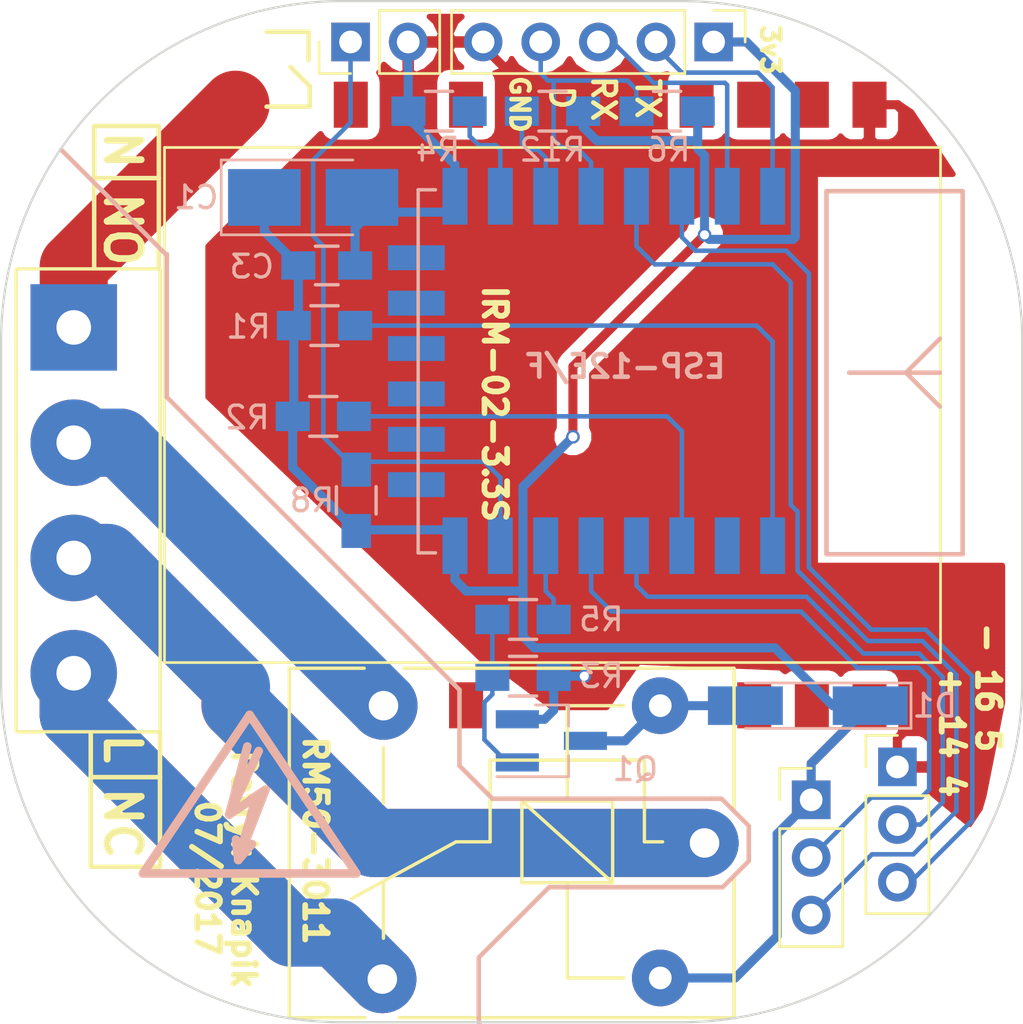
<source format=kicad_pcb>
(kicad_pcb (version 4) (host pcbnew 4.0.6)

  (general
    (links 45)
    (no_connects 0)
    (area 115.949999 70.949999 161.050001 116.050001)
    (thickness 1.6)
    (drawings 61)
    (tracks 215)
    (zones 0)
    (modules 21)
    (nets 37)
  )

  (page A4)
  (layers
    (0 F.Cu signal)
    (31 B.Cu signal)
    (32 B.Adhes user)
    (33 F.Adhes user)
    (34 B.Paste user)
    (35 F.Paste user)
    (36 B.SilkS user)
    (37 F.SilkS user)
    (38 B.Mask user)
    (39 F.Mask user)
    (40 Dwgs.User user)
    (41 Cmts.User user)
    (42 Eco1.User user)
    (43 Eco2.User user)
    (44 Edge.Cuts user)
    (45 Margin user)
    (46 B.CrtYd user)
    (47 F.CrtYd user)
    (48 B.Fab user)
    (49 F.Fab user)
  )

  (setup
    (last_trace_width 0.2)
    (trace_clearance 0.2)
    (zone_clearance 0.508)
    (zone_45_only no)
    (trace_min 0.2)
    (segment_width 0.2)
    (edge_width 0.1)
    (via_size 0.6)
    (via_drill 0.4)
    (via_min_size 0.4)
    (via_min_drill 0.3)
    (uvia_size 0.3)
    (uvia_drill 0.1)
    (uvias_allowed no)
    (uvia_min_size 0.2)
    (uvia_min_drill 0.1)
    (pcb_text_width 0.3)
    (pcb_text_size 1.5 1.5)
    (mod_edge_width 0.15)
    (mod_text_size 1 1)
    (mod_text_width 0.15)
    (pad_size 2.032 1.7272)
    (pad_drill 1.016)
    (pad_to_mask_clearance 0)
    (aux_axis_origin 0 0)
    (visible_elements FFFFFF7F)
    (pcbplotparams
      (layerselection 0x010f0_80000001)
      (usegerberextensions true)
      (excludeedgelayer true)
      (linewidth 0.100000)
      (plotframeref false)
      (viasonmask false)
      (mode 1)
      (useauxorigin false)
      (hpglpennumber 1)
      (hpglpenspeed 20)
      (hpglpendiameter 15)
      (hpglpenoverlay 2)
      (psnegative false)
      (psa4output false)
      (plotreference true)
      (plotvalue false)
      (plotinvisibletext false)
      (padsonsilk false)
      (subtractmaskfromsilk false)
      (outputformat 1)
      (mirror false)
      (drillshape 0)
      (scaleselection 1)
      (outputdirectory gerber/))
  )

  (net 0 "")
  (net 1 +3V3)
  (net 2 GND)
  (net 3 GPIO13)
  (net 4 GPIO12)
  (net 5 "Net-(D1-Pad2)")
  (net 6 TX)
  (net 7 RX)
  (net 8 GPIO14)
  (net 9 GPIO16)
  (net 10 GPIO0)
  (net 11 "Net-(Q1-Pad1)")
  (net 12 "Net-(R2-Pad1)")
  (net 13 "Net-(R4-Pad2)")
  (net 14 GPIO5)
  (net 15 GPIO4)
  (net 16 "Net-(R12-Pad2)")
  (net 17 "Net-(U1-Pad22)")
  (net 18 "Net-(U1-Pad20)")
  (net 19 "Net-(U1-Pad16)")
  (net 20 "Net-(U1-Pad15)")
  (net 21 "Net-(U1-Pad14)")
  (net 22 "Net-(U1-Pad5)")
  (net 23 "Net-(U1-Pad10)")
  (net 24 "Net-(U1-Pad11)")
  (net 25 "Net-(U2-Pad17)")
  (net 26 "Net-(U2-Pad18)")
  (net 27 "Net-(U2-Pad19)")
  (net 28 "Net-(U2-Pad20)")
  (net 29 "Net-(U2-Pad21)")
  (net 30 "Net-(U2-Pad22)")
  (net 31 230V)
  (net 32 "Net-(R1-Pad1)")
  (net 33 "Net-(U2-Pad2)")
  (net 34 NO1)
  (net 35 "Net-(J1-Pad1)")
  (net 36 NC1)

  (net_class Default "To jest domyślna klasa połączeń."
    (clearance 0.2)
    (trace_width 0.2)
    (via_dia 0.6)
    (via_drill 0.4)
    (uvia_dia 0.3)
    (uvia_drill 0.1)
    (add_net GPIO0)
    (add_net GPIO12)
    (add_net GPIO13)
    (add_net GPIO14)
    (add_net GPIO16)
    (add_net GPIO4)
    (add_net GPIO5)
    (add_net "Net-(Q1-Pad1)")
    (add_net "Net-(R1-Pad1)")
    (add_net "Net-(R12-Pad2)")
    (add_net "Net-(R2-Pad1)")
    (add_net "Net-(R4-Pad2)")
    (add_net "Net-(U1-Pad10)")
    (add_net "Net-(U1-Pad11)")
    (add_net "Net-(U1-Pad14)")
    (add_net "Net-(U1-Pad15)")
    (add_net "Net-(U1-Pad16)")
    (add_net "Net-(U1-Pad20)")
    (add_net "Net-(U1-Pad22)")
    (add_net "Net-(U1-Pad5)")
    (add_net "Net-(U2-Pad17)")
    (add_net "Net-(U2-Pad18)")
    (add_net "Net-(U2-Pad19)")
    (add_net "Net-(U2-Pad2)")
    (add_net "Net-(U2-Pad20)")
    (add_net "Net-(U2-Pad21)")
    (add_net "Net-(U2-Pad22)")
    (add_net RX)
    (add_net TX)
  )

  (net_class 230v ""
    (clearance 1)
    (trace_width 4)
    (via_dia 1.5)
    (via_drill 0.8)
    (uvia_dia 0.3)
    (uvia_drill 0.1)
    (add_net 230V)
    (add_net NC1)
    (add_net NO1)
    (add_net "Net-(J1-Pad1)")
  )

  (net_class 3v3 ""
    (clearance 0.2)
    (trace_width 0.4)
    (via_dia 0.6)
    (via_drill 0.4)
    (uvia_dia 0.3)
    (uvia_drill 0.1)
    (add_net +3V3)
    (add_net GND)
    (add_net "Net-(D1-Pad2)")
  )

  (module Relays_ThroughHole:Relpol_RM50-3011 (layer F.Cu) (tedit 5978FDEB) (tstamp 5977A032)
    (at 147 108.1 180)
    (descr "relay, Sanyou SRD series Form C")
    (path /597377F7)
    (fp_text reference RL1 (at 20 -2.9 180) (layer F.SilkS) hide
      (effects (font (size 1 1) (thickness 0.15)))
    )
    (fp_text value RM50-xx11 (at 8 -9.6 180) (layer F.Fab) hide
      (effects (font (size 1 1) (thickness 0.15)))
    )
    (fp_line (start 15 7.7) (end 18.3 7.7) (layer F.SilkS) (width 0.15))
    (fp_line (start 18.3 7.7) (end 18.3 -7.7) (layer F.SilkS) (width 0.15))
    (fp_line (start 18.3 -7.7) (end 14.95 -7.7) (layer F.SilkS) (width 0.15))
    (fp_line (start -1.3 1.35) (end -1.3 7.7) (layer F.SilkS) (width 0.15))
    (fp_line (start -1.3 7.7) (end 13.25 7.7) (layer F.SilkS) (width 0.15))
    (fp_line (start -1.3 -1.4) (end -1.3 -7.7) (layer F.SilkS) (width 0.15))
    (fp_line (start -1.3 -7.7) (end 13.45 -7.7) (layer F.SilkS) (width 0.15))
    (fp_line (start -1.3 -7.65) (end -1.3 -1.4) (layer F.SilkS) (width 0.15))
    (fp_line (start 14.15 4.2) (end 14.15 1.75) (layer F.SilkS) (width 0.15))
    (fp_line (start 14.15 -4.2) (end 14.15 -1.7) (layer F.SilkS) (width 0.15))
    (fp_line (start 3.55 6.05) (end 6.05 6.05) (layer F.SilkS) (width 0.15))
    (fp_line (start 2.65 0.05) (end 1.85 0.05) (layer F.SilkS) (width 0.15))
    (fp_line (start 6.05 -5.95) (end 3.55 -5.95) (layer F.SilkS) (width 0.15))
    (fp_line (start 9.45 0.05) (end 10.95 0.05) (layer F.SilkS) (width 0.15))
    (fp_line (start 10.95 0.05) (end 15.55 -2.45) (layer F.SilkS) (width 0.15))
    (fp_line (start 9.45 3.65) (end 2.65 3.65) (layer F.SilkS) (width 0.15))
    (fp_line (start 9.45 0.05) (end 9.45 3.65) (layer F.SilkS) (width 0.15))
    (fp_line (start 2.65 0.05) (end 2.65 3.65) (layer F.SilkS) (width 0.15))
    (fp_line (start 6.05 -5.95) (end 6.05 -1.75) (layer F.SilkS) (width 0.15))
    (fp_line (start 6.05 1.85) (end 6.05 6.05) (layer F.SilkS) (width 0.15))
    (fp_line (start 8.05 1.85) (end 4.05 -1.75) (layer F.SilkS) (width 0.15))
    (fp_line (start 4.05 1.85) (end 4.05 -1.75) (layer F.SilkS) (width 0.15))
    (fp_line (start 4.05 -1.75) (end 8.05 -1.75) (layer F.SilkS) (width 0.15))
    (fp_line (start 8.05 -1.75) (end 8.05 1.85) (layer F.SilkS) (width 0.15))
    (fp_line (start 8.05 1.85) (end 4.05 1.85) (layer F.SilkS) (width 0.15))
    (pad A2 thru_hole circle (at 1.95 6.05 270) (size 2.5 2.5) (drill 1) (layers *.Cu *.Mask)
      (net 5 "Net-(D1-Pad2)"))
    (pad 14 thru_hole circle (at 14.15 6.05 270) (size 3 3) (drill 1.3) (layers *.Cu *.Mask)
      (net 34 NO1))
    (pad 12 thru_hole circle (at 14.2 -6 270) (size 3 3) (drill 1.3) (layers *.Cu *.Mask)
      (net 36 NC1))
    (pad A1 thru_hole circle (at 1.95 -5.95 270) (size 2.5 2.5) (drill 1) (layers *.Cu *.Mask)
      (net 1 +3V3))
    (pad 11 thru_hole circle (at 0 0 270) (size 3 3) (drill 1.3) (layers *.Cu *.Mask)
      (net 31 230V))
    (model Relays_ThroughHole.3dshapes/Relay_SANYOU_SRD_Series_Form_C.wrl
      (at (xyz 0 0 0))
      (scale (xyz 1 1 1))
      (rotate (xyz 0 0 0))
    )
  )

  (module Symbols:Symbol_HighVoltage_Type2_CopperTop_VerySmall (layer F.Cu) (tedit 597913EF) (tstamp 59798583)
    (at 126.95 106.65)
    (descr "Symbol, High Voltage, Type 2, Copper Top, Very Small,")
    (tags "Symbol, High Voltage, Type 2, Copper Top, Very Small,")
    (fp_text reference REF** (at -0.127 -5.715) (layer F.SilkS) hide
      (effects (font (size 1 1) (thickness 0.15)))
    )
    (fp_text value Symbol_HighVoltage_Type2_CopperTop_VerySmall (at -0.381 4.572) (layer F.Fab) hide
      (effects (font (size 1 1) (thickness 0.15)))
    )
    (fp_line (start -0.49784 2.19964) (end 0.70104 -0.89916) (layer B.SilkS) (width 0.381))
    (fp_line (start 0.70104 -0.89916) (end 0.1016 -0.50038) (layer B.SilkS) (width 0.381))
    (fp_line (start -0.89916 0.20066) (end 0.40132 -2.60096) (layer B.SilkS) (width 0.381))
    (fp_line (start -0.49784 2.19964) (end 0.1016 1.50114) (layer B.SilkS) (width 0.381))
    (fp_line (start -0.09906 -2.79908) (end -0.89916 0.20066) (layer B.SilkS) (width 0.381))
    (fp_line (start -0.89916 0.20066) (end 0.29972 -0.59944) (layer B.SilkS) (width 0.381))
    (fp_line (start 0.29972 -0.59944) (end -0.49784 2.19964) (layer B.SilkS) (width 0.381))
    (fp_line (start -0.49784 2.19964) (end -0.59944 1.30048) (layer B.SilkS) (width 0.381))
    (fp_line (start 0 -4.191) (end 4.699 2.794) (layer B.SilkS) (width 0.381))
    (fp_line (start 4.699 2.794) (end -4.699 2.794) (layer B.SilkS) (width 0.381))
    (fp_line (start -4.699 2.794) (end 0 -4.191) (layer B.SilkS) (width 0.381))
  )

  (module Connectors:bornier4 (layer F.Cu) (tedit 5978FDCC) (tstamp 5977AC40)
    (at 119.2 93 270)
    (descr "Bornier d'alimentation 4 pins")
    (tags DEV)
    (path /5977BEF8)
    (fp_text reference J1 (at 12.25 -0.75 270) (layer F.SilkS) hide
      (effects (font (size 1 1) (thickness 0.15)))
    )
    (fp_text value Screw_Terminal_1x04 (at 0 5.08 270) (layer F.Fab) hide
      (effects (font (size 1 1) (thickness 0.15)))
    )
    (fp_line (start 10.2 -3.8) (end 10.2 2.5) (layer F.SilkS) (width 0.15))
    (fp_line (start -10.2 -3.8) (end -10.2 2.5) (layer F.SilkS) (width 0.15))
    (fp_line (start 10.16 2.54) (end -10.16 2.54) (layer F.SilkS) (width 0.15))
    (fp_line (start -10.16 -3.81) (end 10.16 -3.81) (layer F.SilkS) (width 0.15))
    (pad 2 thru_hole circle (at -2.54 0 270) (size 3.81 3.81) (drill 1.524) (layers *.Cu *.Mask)
      (net 34 NO1))
    (pad 3 thru_hole circle (at 2.54 0 270) (size 3.81 3.81) (drill 1.524) (layers *.Cu *.Mask)
      (net 31 230V))
    (pad 1 thru_hole rect (at -7.62 0 270) (size 3.81 3.81) (drill 1.524) (layers *.Cu *.Mask)
      (net 35 "Net-(J1-Pad1)"))
    (pad 4 thru_hole circle (at 7.62 0 270) (size 3.81 3.81) (drill 1.524) (layers *.Cu *.Mask)
      (net 36 NC1))
    (model Connect.3dshapes/bornier4.wrl
      (at (xyz 0 0 0))
      (scale (xyz 1 1 1))
      (rotate (xyz 0 0 0))
    )
  )

  (module Converters_DCDC_ACDC:ACDC-Converter_MeanWell-IRM-02-XS (layer F.Cu) (tedit 5978FDB4) (tstamp 5977A044)
    (at 140.3 88.8)
    (descr "ACDC-Converter, 3W, Meanwell, IRM-03, SMD, http://www.mouser.com/ds/2/260/IRM-03-spec-881203.pdf")
    (path /597413A0)
    (attr smd)
    (fp_text reference U1 (at 0 -16.25) (layer F.SilkS) hide
      (effects (font (size 1 1) (thickness 0.15)))
    )
    (fp_text value IRM-02-3.3S (at 0 16.5) (layer F.Fab) hide
      (effects (font (thickness 0.15)))
    )
    (fp_line (start -17.1 -11.35) (end 17.1 -11.35) (layer F.SilkS) (width 0.12))
    (fp_line (start 17.1 -11.35) (end 17.1 11.35) (layer F.SilkS) (width 0.12))
    (fp_line (start 17.1 11.35) (end -17.1 11.35) (layer F.SilkS) (width 0.12))
    (fp_line (start -17.1 11.35) (end -17.1 -11.35) (layer F.SilkS) (width 0.12))
    (fp_line (start -19 -15.5) (end -19 15.5) (layer F.CrtYd) (width 0.05))
    (fp_line (start -19 15.5) (end 19 15.5) (layer F.CrtYd) (width 0.05))
    (fp_line (start 19 15.5) (end 19 -15.5) (layer F.CrtYd) (width 0.05))
    (fp_line (start 19 -15.5) (end -19 -15.5) (layer F.CrtYd) (width 0.05))
    (fp_line (start -16.85 11.1) (end 16.85 11.1) (layer F.Fab) (width 0.1))
    (fp_line (start 16.85 11.1) (end 16.85 -11.1) (layer F.Fab) (width 0.1))
    (fp_line (start 16.85 -11.1) (end -16.85 -11.1) (layer F.Fab) (width 0.1))
    (fp_line (start -16.85 -11.1) (end -16.85 11.1) (layer F.Fab) (width 0.1))
    (pad 24 smd rect (at -13.97 -13.235) (size 1.5 2.03) (layers F.Cu F.Paste F.Mask)
      (net 35 "Net-(J1-Pad1)"))
    (pad 22 smd rect (at -8.89 -13.235) (size 1.5 2.03) (layers F.Cu F.Paste F.Mask)
      (net 17 "Net-(U1-Pad22)"))
    (pad 20 smd rect (at -3.81 -13.235) (size 1.5 2.03) (layers F.Cu F.Paste F.Mask)
      (net 18 "Net-(U1-Pad20)"))
    (pad 16 smd rect (at 6.35 -13.235) (size 1.5 2.03) (layers F.Cu F.Paste F.Mask)
      (net 19 "Net-(U1-Pad16)"))
    (pad 15 smd rect (at 8.89 -13.235) (size 1.5 2.03) (layers F.Cu F.Paste F.Mask)
      (net 20 "Net-(U1-Pad15)"))
    (pad 14 smd rect (at 11.43 -13.235) (size 1.5 2.03) (layers F.Cu F.Paste F.Mask)
      (net 21 "Net-(U1-Pad14)"))
    (pad 13 smd rect (at 13.97 -13.235) (size 1.5 2.03) (layers F.Cu F.Paste F.Mask)
      (net 2 GND))
    (pad 1 smd rect (at -13.97 13.235) (size 1.5 2.03) (layers F.Cu F.Paste F.Mask)
      (net 31 230V))
    (pad 5 smd rect (at -3.81 13.235) (size 1.5 2.03) (layers F.Cu F.Paste F.Mask)
      (net 22 "Net-(U1-Pad5)"))
    (pad 10 smd rect (at 8.89 13.235) (size 1.5 2.03) (layers F.Cu F.Paste F.Mask)
      (net 23 "Net-(U1-Pad10)"))
    (pad 11 smd rect (at 11.43 13.235) (size 1.5 2.03) (layers F.Cu F.Paste F.Mask)
      (net 24 "Net-(U1-Pad11)"))
    (pad 12 smd rect (at 13.97 13.235) (size 1.5 2.03) (layers F.Cu F.Paste F.Mask)
      (net 1 +3V3))
  )

  (module Capacitors_Tantalum_SMD:CP_Tantalum_Case-B_EIA-3528-21_Hand (layer B.Cu) (tedit 5977C6D1) (tstamp 59779FC0)
    (at 129.75 79.65)
    (descr "Tantalum capacitor, Case B, EIA 3528-21, 3.5x2.8x1.9mm, Hand soldering footprint")
    (tags "capacitor tantalum smd")
    (path /59737ECC)
    (attr smd)
    (fp_text reference C1 (at -5.15 0 180) (layer B.SilkS)
      (effects (font (size 1 1) (thickness 0.15)) (justify mirror))
    )
    (fp_text value 10uF (at 0 -3.15) (layer B.Fab)
      (effects (font (size 1 1) (thickness 0.15)) (justify mirror))
    )
    (fp_line (start -4.15 1.75) (end -4.15 -1.75) (layer B.CrtYd) (width 0.05))
    (fp_line (start -4.15 -1.75) (end 4.15 -1.75) (layer B.CrtYd) (width 0.05))
    (fp_line (start 4.15 -1.75) (end 4.15 1.75) (layer B.CrtYd) (width 0.05))
    (fp_line (start 4.15 1.75) (end -4.15 1.75) (layer B.CrtYd) (width 0.05))
    (fp_line (start -1.75 1.4) (end -1.75 -1.4) (layer B.Fab) (width 0.1))
    (fp_line (start -1.75 -1.4) (end 1.75 -1.4) (layer B.Fab) (width 0.1))
    (fp_line (start 1.75 -1.4) (end 1.75 1.4) (layer B.Fab) (width 0.1))
    (fp_line (start 1.75 1.4) (end -1.75 1.4) (layer B.Fab) (width 0.1))
    (fp_line (start -1.4 1.4) (end -1.4 -1.4) (layer B.Fab) (width 0.1))
    (fp_line (start -1.225 1.4) (end -1.225 -1.4) (layer B.Fab) (width 0.1))
    (fp_line (start -4.05 1.65) (end 1.75 1.65) (layer B.SilkS) (width 0.12))
    (fp_line (start -4.05 -1.65) (end 1.75 -1.65) (layer B.SilkS) (width 0.12))
    (fp_line (start -4.05 1.65) (end -4.05 -1.65) (layer B.SilkS) (width 0.12))
    (pad 1 smd rect (at -2.15 0) (size 3.2 2.5) (layers B.Cu B.Paste B.Mask)
      (net 1 +3V3))
    (pad 2 smd rect (at 2.15 0) (size 3.2 2.5) (layers B.Cu B.Paste B.Mask)
      (net 2 GND))
    (model Capacitors_Tantalum_SMD.3dshapes/CP_Tantalum_Case-B_EIA-3528-21.wrl
      (at (xyz 0 0 0))
      (scale (xyz 1 1 1))
      (rotate (xyz 0 0 0))
    )
  )

  (module Capacitors_SMD:C_0805_HandSoldering (layer B.Cu) (tedit 5977C6DC) (tstamp 59779FC6)
    (at 130.35 82.65 180)
    (descr "Capacitor SMD 0805, hand soldering")
    (tags "capacitor 0805")
    (path /59738056)
    (attr smd)
    (fp_text reference C3 (at 3.3 -0.05 360) (layer B.SilkS)
      (effects (font (size 1 1) (thickness 0.15)) (justify mirror))
    )
    (fp_text value 100nF (at 0 -2.1 180) (layer B.Fab)
      (effects (font (size 1 1) (thickness 0.15)) (justify mirror))
    )
    (fp_line (start -1 -0.625) (end -1 0.625) (layer B.Fab) (width 0.15))
    (fp_line (start 1 -0.625) (end -1 -0.625) (layer B.Fab) (width 0.15))
    (fp_line (start 1 0.625) (end 1 -0.625) (layer B.Fab) (width 0.15))
    (fp_line (start -1 0.625) (end 1 0.625) (layer B.Fab) (width 0.15))
    (fp_line (start -2.3 1) (end 2.3 1) (layer B.CrtYd) (width 0.05))
    (fp_line (start -2.3 -1) (end 2.3 -1) (layer B.CrtYd) (width 0.05))
    (fp_line (start -2.3 1) (end -2.3 -1) (layer B.CrtYd) (width 0.05))
    (fp_line (start 2.3 1) (end 2.3 -1) (layer B.CrtYd) (width 0.05))
    (fp_line (start 0.5 0.85) (end -0.5 0.85) (layer B.SilkS) (width 0.15))
    (fp_line (start -0.5 -0.85) (end 0.5 -0.85) (layer B.SilkS) (width 0.15))
    (pad 1 smd rect (at -1.25 0 180) (size 1.5 1.25) (layers B.Cu B.Paste B.Mask)
      (net 2 GND))
    (pad 2 smd rect (at 1.25 0 180) (size 1.5 1.25) (layers B.Cu B.Paste B.Mask)
      (net 1 +3V3))
    (model Capacitors_SMD.3dshapes/C_0805_HandSoldering.wrl
      (at (xyz 0 0 0))
      (scale (xyz 1 1 1))
      (rotate (xyz 0 0 0))
    )
  )

  (module Diodes_SMD:D_MiniMELF_Handsoldering (layer B.Cu) (tedit 597913D5) (tstamp 59779FCC)
    (at 151.55 102.05 180)
    (descr "Diode Mini-MELF Handsoldering")
    (tags "Diode Mini-MELF Handsoldering")
    (path /597377F1)
    (attr smd)
    (fp_text reference D1 (at -5.6 0 180) (layer B.SilkS)
      (effects (font (size 1 1) (thickness 0.15)) (justify mirror))
    )
    (fp_text value D (at 0 -3.81 180) (layer B.Fab)
      (effects (font (size 1 1) (thickness 0.15)) (justify mirror))
    )
    (fp_line (start 2.75 1) (end -4.55 1) (layer B.SilkS) (width 0.12))
    (fp_line (start -4.55 1) (end -4.55 -1) (layer B.SilkS) (width 0.12))
    (fp_line (start -4.55 -1) (end 2.75 -1) (layer B.SilkS) (width 0.12))
    (fp_line (start 1.65 0.8) (end 1.65 -0.8) (layer B.Fab) (width 0.1))
    (fp_line (start 1.65 -0.8) (end -1.65 -0.8) (layer B.Fab) (width 0.1))
    (fp_line (start -1.65 -0.8) (end -1.65 0.8) (layer B.Fab) (width 0.1))
    (fp_line (start -1.65 0.8) (end 1.65 0.8) (layer B.Fab) (width 0.1))
    (fp_line (start 0.25 0) (end 0.75 0) (layer B.Fab) (width 0.1))
    (fp_line (start 0.25 -0.4) (end -0.35 0) (layer B.Fab) (width 0.1))
    (fp_line (start 0.25 0.4) (end 0.25 -0.4) (layer B.Fab) (width 0.1))
    (fp_line (start -0.35 0) (end 0.25 0.4) (layer B.Fab) (width 0.1))
    (fp_line (start -0.35 0) (end -0.35 -0.55) (layer B.Fab) (width 0.1))
    (fp_line (start -0.35 0) (end -0.35 0.55) (layer B.Fab) (width 0.1))
    (fp_line (start -0.75 0) (end -0.35 0) (layer B.Fab) (width 0.1))
    (fp_line (start -4.65 1.1) (end 4.65 1.1) (layer B.CrtYd) (width 0.05))
    (fp_line (start 4.65 1.1) (end 4.65 -1.1) (layer B.CrtYd) (width 0.05))
    (fp_line (start 4.65 -1.1) (end -4.65 -1.1) (layer B.CrtYd) (width 0.05))
    (fp_line (start -4.65 -1.1) (end -4.65 1.1) (layer B.CrtYd) (width 0.05))
    (pad 1 smd rect (at -2.75 0 180) (size 3.3 1.7) (layers B.Cu B.Paste B.Mask)
      (net 1 +3V3))
    (pad 2 smd rect (at 2.75 0 180) (size 3.3 1.7) (layers B.Cu B.Paste B.Mask)
      (net 5 "Net-(D1-Pad2)"))
    (model Diodes_SMD.3dshapes/D_MiniMELF_Handsoldering.wrl
      (at (xyz 0 0 0))
      (scale (xyz 0.3937 0.3937 0.3937))
      (rotate (xyz 0 0 180))
    )
  )

  (module Pin_Headers:Pin_Header_Straight_1x02_Pitch2.54mm (layer F.Cu) (tedit 5978FDEF) (tstamp 59779FEB)
    (at 131.4 72.8 90)
    (descr "Through hole straight pin header, 1x02, 2.54mm pitch, single row")
    (tags "Through hole pin header THT 1x02 2.54mm single row")
    (path /5977A202)
    (fp_text reference J4 (at 0 -2.39 90) (layer F.SilkS) hide
      (effects (font (size 1 1) (thickness 0.15)))
    )
    (fp_text value CONN_01X02 (at 0 4.93 90) (layer F.Fab) hide
      (effects (font (size 1 1) (thickness 0.15)))
    )
    (fp_line (start -1.27 -1.27) (end -1.27 3.81) (layer F.Fab) (width 0.1))
    (fp_line (start -1.27 3.81) (end 1.27 3.81) (layer F.Fab) (width 0.1))
    (fp_line (start 1.27 3.81) (end 1.27 -1.27) (layer F.Fab) (width 0.1))
    (fp_line (start 1.27 -1.27) (end -1.27 -1.27) (layer F.Fab) (width 0.1))
    (fp_line (start -1.39 1.27) (end -1.39 3.93) (layer F.SilkS) (width 0.12))
    (fp_line (start -1.39 3.93) (end 1.39 3.93) (layer F.SilkS) (width 0.12))
    (fp_line (start 1.39 3.93) (end 1.39 1.27) (layer F.SilkS) (width 0.12))
    (fp_line (start 1.39 1.27) (end -1.39 1.27) (layer F.SilkS) (width 0.12))
    (fp_line (start -1.39 0) (end -1.39 -1.39) (layer F.SilkS) (width 0.12))
    (fp_line (start -1.39 -1.39) (end 0 -1.39) (layer F.SilkS) (width 0.12))
    (fp_line (start -1.6 -1.6) (end -1.6 4.1) (layer F.CrtYd) (width 0.05))
    (fp_line (start -1.6 4.1) (end 1.6 4.1) (layer F.CrtYd) (width 0.05))
    (fp_line (start 1.6 4.1) (end 1.6 -1.6) (layer F.CrtYd) (width 0.05))
    (fp_line (start 1.6 -1.6) (end -1.6 -1.6) (layer F.CrtYd) (width 0.05))
    (pad 1 thru_hole rect (at 0 0 90) (size 1.7 1.7) (drill 1) (layers *.Cu *.Mask)
      (net 3 GPIO13))
    (pad 2 thru_hole oval (at 0 2.54 90) (size 1.7 1.7) (drill 1) (layers *.Cu *.Mask)
      (net 2 GND))
    (model Pin_Headers.3dshapes/Pin_Header_Straight_1x02_Pitch2.54mm.wrl
      (at (xyz 0 -0.05 0))
      (scale (xyz 1 1 1))
      (rotate (xyz 0 0 90))
    )
  )

  (module TO_SOT_Packages_SMD:SOT-23_Handsoldering (layer B.Cu) (tedit 597913C9) (tstamp 59779FF9)
    (at 140.25 103.6)
    (descr "SOT-23, Handsoldering")
    (tags SOT-23)
    (path /597377EB)
    (attr smd)
    (fp_text reference Q1 (at 3.7 1.25 180) (layer B.SilkS)
      (effects (font (size 1 1) (thickness 0.15)) (justify mirror))
    )
    (fp_text value BC817-40 (at 0 -2.5) (layer B.Fab)
      (effects (font (size 1 1) (thickness 0.15)) (justify mirror))
    )
    (fp_line (start 0.76 -1.58) (end 0.76 -0.65) (layer B.SilkS) (width 0.12))
    (fp_line (start 0.76 1.58) (end 0.76 0.65) (layer B.SilkS) (width 0.12))
    (fp_line (start 0.7 1.52) (end 0.7 -1.52) (layer B.Fab) (width 0.15))
    (fp_line (start -0.7 -1.52) (end 0.7 -1.52) (layer B.Fab) (width 0.15))
    (fp_line (start -2.7 1.75) (end 2.7 1.75) (layer B.CrtYd) (width 0.05))
    (fp_line (start 2.7 1.75) (end 2.7 -1.75) (layer B.CrtYd) (width 0.05))
    (fp_line (start 2.7 -1.75) (end -2.7 -1.75) (layer B.CrtYd) (width 0.05))
    (fp_line (start -2.7 -1.75) (end -2.7 1.75) (layer B.CrtYd) (width 0.05))
    (fp_line (start 0.76 1.58) (end -2.4 1.58) (layer B.SilkS) (width 0.12))
    (fp_line (start -0.7 1.52) (end 0.7 1.52) (layer B.Fab) (width 0.15))
    (fp_line (start -0.7 1.52) (end -0.7 -1.52) (layer B.Fab) (width 0.15))
    (fp_line (start 0.76 -1.58) (end -0.7 -1.58) (layer B.SilkS) (width 0.12))
    (pad 1 smd rect (at -1.5 0.95) (size 1.9 0.8) (layers B.Cu B.Paste B.Mask)
      (net 11 "Net-(Q1-Pad1)"))
    (pad 2 smd rect (at -1.5 -0.95) (size 1.9 0.8) (layers B.Cu B.Paste B.Mask)
      (net 2 GND))
    (pad 3 smd rect (at 1.5 0) (size 1.9 0.8) (layers B.Cu B.Paste B.Mask)
      (net 5 "Net-(D1-Pad2)"))
    (model TO_SOT_Packages_SMD.3dshapes/SOT-23.wrl
      (at (xyz 0 0 0))
      (scale (xyz 1 1 1))
      (rotate (xyz 0 0 90))
    )
  )

  (module Resistors_SMD:R_0805_HandSoldering (layer B.Cu) (tedit 5977C6E5) (tstamp 59779FFF)
    (at 130.25 85.3 180)
    (descr "Resistor SMD 0805, hand soldering")
    (tags "resistor 0805")
    (path /597356F4)
    (attr smd)
    (fp_text reference R1 (at 3.35 -0.05 180) (layer B.SilkS)
      (effects (font (size 1 1) (thickness 0.15)) (justify mirror))
    )
    (fp_text value 10k (at 0 -2.1 180) (layer B.Fab)
      (effects (font (size 1 1) (thickness 0.15)) (justify mirror))
    )
    (fp_line (start -1 -0.625) (end -1 0.625) (layer B.Fab) (width 0.1))
    (fp_line (start 1 -0.625) (end -1 -0.625) (layer B.Fab) (width 0.1))
    (fp_line (start 1 0.625) (end 1 -0.625) (layer B.Fab) (width 0.1))
    (fp_line (start -1 0.625) (end 1 0.625) (layer B.Fab) (width 0.1))
    (fp_line (start -2.4 1) (end 2.4 1) (layer B.CrtYd) (width 0.05))
    (fp_line (start -2.4 -1) (end 2.4 -1) (layer B.CrtYd) (width 0.05))
    (fp_line (start -2.4 1) (end -2.4 -1) (layer B.CrtYd) (width 0.05))
    (fp_line (start 2.4 1) (end 2.4 -1) (layer B.CrtYd) (width 0.05))
    (fp_line (start 0.6 -0.875) (end -0.6 -0.875) (layer B.SilkS) (width 0.15))
    (fp_line (start -0.6 0.875) (end 0.6 0.875) (layer B.SilkS) (width 0.15))
    (pad 1 smd rect (at -1.35 0 180) (size 1.5 1.3) (layers B.Cu B.Paste B.Mask)
      (net 32 "Net-(R1-Pad1)"))
    (pad 2 smd rect (at 1.35 0 180) (size 1.5 1.3) (layers B.Cu B.Paste B.Mask)
      (net 1 +3V3))
    (model Resistors_SMD.3dshapes/R_0805_HandSoldering.wrl
      (at (xyz 0 0 0))
      (scale (xyz 1 1 1))
      (rotate (xyz 0 0 0))
    )
  )

  (module Resistors_SMD:R_0805_HandSoldering (layer B.Cu) (tedit 5977C6ED) (tstamp 5977A005)
    (at 130.2 89.3 180)
    (descr "Resistor SMD 0805, hand soldering")
    (tags "resistor 0805")
    (path /59738409)
    (attr smd)
    (fp_text reference R2 (at 3.35 -0.05 180) (layer B.SilkS)
      (effects (font (size 1 1) (thickness 0.15)) (justify mirror))
    )
    (fp_text value 10k (at 0 -2.1 180) (layer B.Fab)
      (effects (font (size 1 1) (thickness 0.15)) (justify mirror))
    )
    (fp_line (start -1 -0.625) (end -1 0.625) (layer B.Fab) (width 0.1))
    (fp_line (start 1 -0.625) (end -1 -0.625) (layer B.Fab) (width 0.1))
    (fp_line (start 1 0.625) (end 1 -0.625) (layer B.Fab) (width 0.1))
    (fp_line (start -1 0.625) (end 1 0.625) (layer B.Fab) (width 0.1))
    (fp_line (start -2.4 1) (end 2.4 1) (layer B.CrtYd) (width 0.05))
    (fp_line (start -2.4 -1) (end 2.4 -1) (layer B.CrtYd) (width 0.05))
    (fp_line (start -2.4 1) (end -2.4 -1) (layer B.CrtYd) (width 0.05))
    (fp_line (start 2.4 1) (end 2.4 -1) (layer B.CrtYd) (width 0.05))
    (fp_line (start 0.6 -0.875) (end -0.6 -0.875) (layer B.SilkS) (width 0.15))
    (fp_line (start -0.6 0.875) (end 0.6 0.875) (layer B.SilkS) (width 0.15))
    (pad 1 smd rect (at -1.35 0 180) (size 1.5 1.3) (layers B.Cu B.Paste B.Mask)
      (net 12 "Net-(R2-Pad1)"))
    (pad 2 smd rect (at 1.35 0 180) (size 1.5 1.3) (layers B.Cu B.Paste B.Mask)
      (net 1 +3V3))
    (model Resistors_SMD.3dshapes/R_0805_HandSoldering.wrl
      (at (xyz 0 0 0))
      (scale (xyz 1 1 1))
      (rotate (xyz 0 0 0))
    )
  )

  (module Resistors_SMD:R_0805_HandSoldering (layer B.Cu) (tedit 5977BD64) (tstamp 5977A00B)
    (at 139 100.75 180)
    (descr "Resistor SMD 0805, hand soldering")
    (tags "resistor 0805")
    (path /59766DE7)
    (attr smd)
    (fp_text reference R3 (at -3.45 0 180) (layer B.SilkS)
      (effects (font (size 1 1) (thickness 0.15)) (justify mirror))
    )
    (fp_text value 10k (at 0 -2.1 180) (layer B.Fab)
      (effects (font (size 1 1) (thickness 0.15)) (justify mirror))
    )
    (fp_line (start -1 -0.625) (end -1 0.625) (layer B.Fab) (width 0.1))
    (fp_line (start 1 -0.625) (end -1 -0.625) (layer B.Fab) (width 0.1))
    (fp_line (start 1 0.625) (end 1 -0.625) (layer B.Fab) (width 0.1))
    (fp_line (start -1 0.625) (end 1 0.625) (layer B.Fab) (width 0.1))
    (fp_line (start -2.4 1) (end 2.4 1) (layer B.CrtYd) (width 0.05))
    (fp_line (start -2.4 -1) (end 2.4 -1) (layer B.CrtYd) (width 0.05))
    (fp_line (start -2.4 1) (end -2.4 -1) (layer B.CrtYd) (width 0.05))
    (fp_line (start 2.4 1) (end 2.4 -1) (layer B.CrtYd) (width 0.05))
    (fp_line (start 0.6 -0.875) (end -0.6 -0.875) (layer B.SilkS) (width 0.15))
    (fp_line (start -0.6 0.875) (end 0.6 0.875) (layer B.SilkS) (width 0.15))
    (pad 1 smd rect (at -1.35 0 180) (size 1.5 1.3) (layers B.Cu B.Paste B.Mask)
      (net 2 GND))
    (pad 2 smd rect (at 1.35 0 180) (size 1.5 1.3) (layers B.Cu B.Paste B.Mask)
      (net 11 "Net-(Q1-Pad1)"))
    (model Resistors_SMD.3dshapes/R_0805_HandSoldering.wrl
      (at (xyz 0 0 0))
      (scale (xyz 1 1 1))
      (rotate (xyz 0 0 0))
    )
  )

  (module Resistors_SMD:R_0805_HandSoldering (layer B.Cu) (tedit 5977BDA7) (tstamp 5977A011)
    (at 135.3 75.85)
    (descr "Resistor SMD 0805, hand soldering")
    (tags "resistor 0805")
    (path /59739149)
    (attr smd)
    (fp_text reference R4 (at -0.05 1.7) (layer B.SilkS)
      (effects (font (size 1 1) (thickness 0.15)) (justify mirror))
    )
    (fp_text value 10k (at 0 -2.1) (layer B.Fab)
      (effects (font (size 1 1) (thickness 0.15)) (justify mirror))
    )
    (fp_line (start -1 -0.625) (end -1 0.625) (layer B.Fab) (width 0.1))
    (fp_line (start 1 -0.625) (end -1 -0.625) (layer B.Fab) (width 0.1))
    (fp_line (start 1 0.625) (end 1 -0.625) (layer B.Fab) (width 0.1))
    (fp_line (start -1 0.625) (end 1 0.625) (layer B.Fab) (width 0.1))
    (fp_line (start -2.4 1) (end 2.4 1) (layer B.CrtYd) (width 0.05))
    (fp_line (start -2.4 -1) (end 2.4 -1) (layer B.CrtYd) (width 0.05))
    (fp_line (start -2.4 1) (end -2.4 -1) (layer B.CrtYd) (width 0.05))
    (fp_line (start 2.4 1) (end 2.4 -1) (layer B.CrtYd) (width 0.05))
    (fp_line (start 0.6 -0.875) (end -0.6 -0.875) (layer B.SilkS) (width 0.15))
    (fp_line (start -0.6 0.875) (end 0.6 0.875) (layer B.SilkS) (width 0.15))
    (pad 1 smd rect (at -1.35 0) (size 1.5 1.3) (layers B.Cu B.Paste B.Mask)
      (net 2 GND))
    (pad 2 smd rect (at 1.35 0) (size 1.5 1.3) (layers B.Cu B.Paste B.Mask)
      (net 13 "Net-(R4-Pad2)"))
    (model Resistors_SMD.3dshapes/R_0805_HandSoldering.wrl
      (at (xyz 0 0 0))
      (scale (xyz 1 1 1))
      (rotate (xyz 0 0 0))
    )
  )

  (module Resistors_SMD:R_0805_HandSoldering (layer B.Cu) (tedit 5977BD71) (tstamp 5977A017)
    (at 139 98.25)
    (descr "Resistor SMD 0805, hand soldering")
    (tags "resistor 0805")
    (path /59737803)
    (attr smd)
    (fp_text reference R5 (at 3.45 0) (layer B.SilkS)
      (effects (font (size 1 1) (thickness 0.15)) (justify mirror))
    )
    (fp_text value 1k (at 0 -2.1) (layer B.Fab)
      (effects (font (size 1 1) (thickness 0.15)) (justify mirror))
    )
    (fp_line (start -1 -0.625) (end -1 0.625) (layer B.Fab) (width 0.1))
    (fp_line (start 1 -0.625) (end -1 -0.625) (layer B.Fab) (width 0.1))
    (fp_line (start 1 0.625) (end 1 -0.625) (layer B.Fab) (width 0.1))
    (fp_line (start -1 0.625) (end 1 0.625) (layer B.Fab) (width 0.1))
    (fp_line (start -2.4 1) (end 2.4 1) (layer B.CrtYd) (width 0.05))
    (fp_line (start -2.4 -1) (end 2.4 -1) (layer B.CrtYd) (width 0.05))
    (fp_line (start -2.4 1) (end -2.4 -1) (layer B.CrtYd) (width 0.05))
    (fp_line (start 2.4 1) (end 2.4 -1) (layer B.CrtYd) (width 0.05))
    (fp_line (start 0.6 -0.875) (end -0.6 -0.875) (layer B.SilkS) (width 0.15))
    (fp_line (start -0.6 0.875) (end 0.6 0.875) (layer B.SilkS) (width 0.15))
    (pad 1 smd rect (at -1.35 0) (size 1.5 1.3) (layers B.Cu B.Paste B.Mask)
      (net 11 "Net-(Q1-Pad1)"))
    (pad 2 smd rect (at 1.35 0) (size 1.5 1.3) (layers B.Cu B.Paste B.Mask)
      (net 4 GPIO12))
    (model Resistors_SMD.3dshapes/R_0805_HandSoldering.wrl
      (at (xyz 0 0 0))
      (scale (xyz 1 1 1))
      (rotate (xyz 0 0 0))
    )
  )

  (module Resistors_SMD:R_0805_HandSoldering (layer B.Cu) (tedit 5977BDC5) (tstamp 5977A01D)
    (at 145.35 75.85)
    (descr "Resistor SMD 0805, hand soldering")
    (tags "resistor 0805")
    (path /5973A32C)
    (attr smd)
    (fp_text reference R6 (at 0.05 1.7) (layer B.SilkS)
      (effects (font (size 1 1) (thickness 0.15)) (justify mirror))
    )
    (fp_text value 4k7 (at 0 -2.1) (layer B.Fab)
      (effects (font (size 1 1) (thickness 0.15)) (justify mirror))
    )
    (fp_line (start -1 -0.625) (end -1 0.625) (layer B.Fab) (width 0.1))
    (fp_line (start 1 -0.625) (end -1 -0.625) (layer B.Fab) (width 0.1))
    (fp_line (start 1 0.625) (end 1 -0.625) (layer B.Fab) (width 0.1))
    (fp_line (start -1 0.625) (end 1 0.625) (layer B.Fab) (width 0.1))
    (fp_line (start -2.4 1) (end 2.4 1) (layer B.CrtYd) (width 0.05))
    (fp_line (start -2.4 -1) (end 2.4 -1) (layer B.CrtYd) (width 0.05))
    (fp_line (start -2.4 1) (end -2.4 -1) (layer B.CrtYd) (width 0.05))
    (fp_line (start 2.4 1) (end 2.4 -1) (layer B.CrtYd) (width 0.05))
    (fp_line (start 0.6 -0.875) (end -0.6 -0.875) (layer B.SilkS) (width 0.15))
    (fp_line (start -0.6 0.875) (end 0.6 0.875) (layer B.SilkS) (width 0.15))
    (pad 1 smd rect (at -1.35 0) (size 1.5 1.3) (layers B.Cu B.Paste B.Mask)
      (net 10 GPIO0))
    (pad 2 smd rect (at 1.35 0) (size 1.5 1.3) (layers B.Cu B.Paste B.Mask)
      (net 1 +3V3))
    (model Resistors_SMD.3dshapes/R_0805_HandSoldering.wrl
      (at (xyz 0 0 0))
      (scale (xyz 1 1 1))
      (rotate (xyz 0 0 0))
    )
  )

  (module Resistors_SMD:R_0805_HandSoldering (layer B.Cu) (tedit 5977C6F3) (tstamp 5977A023)
    (at 131.65 93 270)
    (descr "Resistor SMD 0805, hand soldering")
    (tags "resistor 0805")
    (path /5973ACC3)
    (attr smd)
    (fp_text reference R8 (at 0 1.95 360) (layer B.SilkS)
      (effects (font (size 1 1) (thickness 0.15)) (justify mirror))
    )
    (fp_text value 4k7 (at 0 -2.1 270) (layer B.Fab)
      (effects (font (size 1 1) (thickness 0.15)) (justify mirror))
    )
    (fp_line (start -1 -0.625) (end -1 0.625) (layer B.Fab) (width 0.1))
    (fp_line (start 1 -0.625) (end -1 -0.625) (layer B.Fab) (width 0.1))
    (fp_line (start 1 0.625) (end 1 -0.625) (layer B.Fab) (width 0.1))
    (fp_line (start -1 0.625) (end 1 0.625) (layer B.Fab) (width 0.1))
    (fp_line (start -2.4 1) (end 2.4 1) (layer B.CrtYd) (width 0.05))
    (fp_line (start -2.4 -1) (end 2.4 -1) (layer B.CrtYd) (width 0.05))
    (fp_line (start -2.4 1) (end -2.4 -1) (layer B.CrtYd) (width 0.05))
    (fp_line (start 2.4 1) (end 2.4 -1) (layer B.CrtYd) (width 0.05))
    (fp_line (start 0.6 -0.875) (end -0.6 -0.875) (layer B.SilkS) (width 0.15))
    (fp_line (start -0.6 0.875) (end 0.6 0.875) (layer B.SilkS) (width 0.15))
    (pad 1 smd rect (at -1.35 0 270) (size 1.5 1.3) (layers B.Cu B.Paste B.Mask)
      (net 3 GPIO13))
    (pad 2 smd rect (at 1.35 0 270) (size 1.5 1.3) (layers B.Cu B.Paste B.Mask)
      (net 1 +3V3))
    (model Resistors_SMD.3dshapes/R_0805_HandSoldering.wrl
      (at (xyz 0 0 0))
      (scale (xyz 1 1 1))
      (rotate (xyz 0 0 0))
    )
  )

  (module Resistors_SMD:R_0805_HandSoldering (layer B.Cu) (tedit 5977C654) (tstamp 5977A029)
    (at 140.3 75.85 180)
    (descr "Resistor SMD 0805, hand soldering")
    (tags "resistor 0805")
    (path /5973F6AD)
    (attr smd)
    (fp_text reference R12 (at 0 -1.7 180) (layer B.SilkS)
      (effects (font (size 1 1) (thickness 0.15)) (justify mirror))
    )
    (fp_text value 10k (at 0 -2.1 180) (layer B.Fab)
      (effects (font (size 1 1) (thickness 0.15)) (justify mirror))
    )
    (fp_line (start -1 -0.625) (end -1 0.625) (layer B.Fab) (width 0.1))
    (fp_line (start 1 -0.625) (end -1 -0.625) (layer B.Fab) (width 0.1))
    (fp_line (start 1 0.625) (end 1 -0.625) (layer B.Fab) (width 0.1))
    (fp_line (start -1 0.625) (end 1 0.625) (layer B.Fab) (width 0.1))
    (fp_line (start -2.4 1) (end 2.4 1) (layer B.CrtYd) (width 0.05))
    (fp_line (start -2.4 -1) (end 2.4 -1) (layer B.CrtYd) (width 0.05))
    (fp_line (start -2.4 1) (end -2.4 -1) (layer B.CrtYd) (width 0.05))
    (fp_line (start 2.4 1) (end 2.4 -1) (layer B.CrtYd) (width 0.05))
    (fp_line (start 0.6 -0.875) (end -0.6 -0.875) (layer B.SilkS) (width 0.15))
    (fp_line (start -0.6 0.875) (end 0.6 0.875) (layer B.SilkS) (width 0.15))
    (pad 1 smd rect (at -1.35 0 180) (size 1.5 1.3) (layers B.Cu B.Paste B.Mask)
      (net 1 +3V3))
    (pad 2 smd rect (at 1.35 0 180) (size 1.5 1.3) (layers B.Cu B.Paste B.Mask)
      (net 16 "Net-(R12-Pad2)"))
    (model Resistors_SMD.3dshapes/R_0805_HandSoldering.wrl
      (at (xyz 0 0 0))
      (scale (xyz 1 1 1))
      (rotate (xyz 0 0 0))
    )
  )

  (module ESP8266:ESP-12E_SMD (layer B.Cu) (tedit 5978FDFB) (tstamp 5977A05E)
    (at 150 94.3 90)
    (descr "Module, ESP-8266, ESP-12, 16 pad, SMD")
    (tags "Module ESP-8266 ESP8266")
    (path /597355BB)
    (fp_text reference U2 (at 8.89 -6.35 180) (layer B.SilkS) hide
      (effects (font (size 1 1) (thickness 0.15)) (justify mirror))
    )
    (fp_text value ESP-12E (at 5.08 -6.35 360) (layer B.Fab) hide
      (effects (font (size 1 1) (thickness 0.15)) (justify mirror))
    )
    (fp_line (start -2.25 0.5) (end -2.25 8.75) (layer B.CrtYd) (width 0.05))
    (fp_line (start -2.25 8.75) (end 15.25 8.75) (layer B.CrtYd) (width 0.05))
    (fp_line (start 15.25 8.75) (end 16.25 8.75) (layer B.CrtYd) (width 0.05))
    (fp_line (start 16.25 8.75) (end 16.25 -16) (layer B.CrtYd) (width 0.05))
    (fp_line (start 16.25 -16) (end -2.25 -16) (layer B.CrtYd) (width 0.05))
    (fp_line (start -2.25 -16) (end -2.25 0.5) (layer B.CrtYd) (width 0.05))
    (fp_line (start -1.016 8.382) (end 14.986 8.382) (layer B.CrtYd) (width 0.1524))
    (fp_line (start 14.986 8.382) (end 14.986 0.889) (layer B.CrtYd) (width 0.1524))
    (fp_line (start -1.016 8.382) (end -1.016 1.016) (layer B.CrtYd) (width 0.1524))
    (fp_line (start -1.016 -14.859) (end -1.016 -15.621) (layer B.SilkS) (width 0.1524))
    (fp_line (start -1.016 -15.621) (end 14.986 -15.621) (layer B.SilkS) (width 0.1524))
    (fp_line (start 14.986 -15.621) (end 14.986 -14.859) (layer B.SilkS) (width 0.1524))
    (fp_line (start 14.992 8.4) (end -1.008 2.6) (layer B.CrtYd) (width 0.1524))
    (fp_line (start -1.008 8.4) (end 14.992 2.6) (layer B.CrtYd) (width 0.1524))
    (fp_text user "No Copper" (at 6.892 5.4 90) (layer B.CrtYd) hide
      (effects (font (size 1 1) (thickness 0.15)) (justify mirror))
    )
    (fp_line (start -1.008 2.6) (end 14.992 2.6) (layer B.CrtYd) (width 0.1524))
    (fp_line (start 15 8.4) (end 15 -15.6) (layer B.Fab) (width 0.05))
    (fp_line (start 14.992 -15.6) (end -1.008 -15.6) (layer B.Fab) (width 0.05))
    (fp_line (start -1.008 -15.6) (end -1.008 8.4) (layer B.Fab) (width 0.05))
    (fp_line (start -1.008 8.4) (end 14.992 8.4) (layer B.Fab) (width 0.05))
    (pad 1 smd rect (at 0 0 90) (size 2.5 1.1) (drill (offset -0.7 0)) (layers B.Cu B.Paste B.Mask)
      (net 32 "Net-(R1-Pad1)"))
    (pad 2 smd rect (at 0 -2 90) (size 2.5 1.1) (drill (offset -0.7 0)) (layers B.Cu B.Paste B.Mask)
      (net 33 "Net-(U2-Pad2)"))
    (pad 3 smd rect (at 0 -4 90) (size 2.5 1.1) (drill (offset -0.7 0)) (layers B.Cu B.Paste B.Mask)
      (net 12 "Net-(R2-Pad1)"))
    (pad 4 smd rect (at 0 -6 90) (size 2.5 1.1) (drill (offset -0.7 0)) (layers B.Cu B.Paste B.Mask)
      (net 9 GPIO16))
    (pad 5 smd rect (at 0 -8 90) (size 2.5 1.1) (drill (offset -0.7 0)) (layers B.Cu B.Paste B.Mask)
      (net 8 GPIO14))
    (pad 6 smd rect (at 0 -10 90) (size 2.5 1.1) (drill (offset -0.7 0)) (layers B.Cu B.Paste B.Mask)
      (net 4 GPIO12))
    (pad 7 smd rect (at 0 -12 90) (size 2.5 1.1) (drill (offset -0.7 0)) (layers B.Cu B.Paste B.Mask)
      (net 3 GPIO13))
    (pad 8 smd rect (at 0 -14 90) (size 2.5 1.1) (drill (offset -0.7 0)) (layers B.Cu B.Paste B.Mask)
      (net 1 +3V3))
    (pad 9 smd rect (at 14 -14 90) (size 2.5 1.1) (drill (offset 0.7 0)) (layers B.Cu B.Paste B.Mask)
      (net 2 GND))
    (pad 10 smd rect (at 14 -12 90) (size 2.5 1.1) (drill (offset 0.7 0)) (layers B.Cu B.Paste B.Mask)
      (net 13 "Net-(R4-Pad2)"))
    (pad 11 smd rect (at 14 -10 90) (size 2.5 1.1) (drill (offset 0.7 0)) (layers B.Cu B.Paste B.Mask)
      (net 16 "Net-(R12-Pad2)"))
    (pad 12 smd rect (at 14 -8 90) (size 2.5 1.1) (drill (offset 0.7 0)) (layers B.Cu B.Paste B.Mask)
      (net 10 GPIO0))
    (pad 13 smd rect (at 14 -6 90) (size 2.5 1.1) (drill (offset 0.7 0)) (layers B.Cu B.Paste B.Mask)
      (net 15 GPIO4))
    (pad 14 smd rect (at 14 -4 90) (size 2.5 1.1) (drill (offset 0.7 0)) (layers B.Cu B.Paste B.Mask)
      (net 14 GPIO5))
    (pad 15 smd rect (at 14 -2 90) (size 2.5 1.1) (drill (offset 0.7 0)) (layers B.Cu B.Paste B.Mask)
      (net 7 RX))
    (pad 16 smd rect (at 14 0 90) (size 2.5 1.1) (drill (offset 0.7 0)) (layers B.Cu B.Paste B.Mask)
      (net 6 TX))
    (pad 17 smd rect (at 1.99 -15) (size 2.5 1.1) (drill (offset -0.7 0)) (layers B.Cu B.Paste B.Mask)
      (net 25 "Net-(U2-Pad17)"))
    (pad 18 smd rect (at 3.99 -15) (size 2.5 1.1) (drill (offset -0.7 0)) (layers B.Cu B.Paste B.Mask)
      (net 26 "Net-(U2-Pad18)"))
    (pad 19 smd rect (at 5.99 -15) (size 2.5 1.1) (drill (offset -0.7 0)) (layers B.Cu B.Paste B.Mask)
      (net 27 "Net-(U2-Pad19)"))
    (pad 20 smd rect (at 7.99 -15) (size 2.5 1.1) (drill (offset -0.7 0)) (layers B.Cu B.Paste B.Mask)
      (net 28 "Net-(U2-Pad20)"))
    (pad 21 smd rect (at 9.99 -15) (size 2.5 1.1) (drill (offset -0.7 0)) (layers B.Cu B.Paste B.Mask)
      (net 29 "Net-(U2-Pad21)"))
    (pad 22 smd rect (at 11.99 -15) (size 2.5 1.1) (drill (offset -0.7 0)) (layers B.Cu B.Paste B.Mask)
      (net 30 "Net-(U2-Pad22)"))
    (model ${ESPLIB}/ESP8266.3dshapes/ESP-12.wrl
      (at (xyz 0 0 0))
      (scale (xyz 0.3937 0.3937 0.3937))
      (rotate (xyz 0 0 0))
    )
  )

  (module Pin_Headers:Pin_Header_Straight_1x05_Pitch2.54mm (layer F.Cu) (tedit 5978FDF2) (tstamp 5977AC29)
    (at 147.4 72.8 270)
    (descr "Through hole straight pin header, 1x05, 2.54mm pitch, single row")
    (tags "Through hole pin header THT 1x05 2.54mm single row")
    (path /5977B7F8)
    (fp_text reference J3 (at 0 -2.39 270) (layer F.SilkS) hide
      (effects (font (size 1 1) (thickness 0.15)))
    )
    (fp_text value CONN_01X05 (at 0 12.55 270) (layer F.Fab) hide
      (effects (font (size 1 1) (thickness 0.15)))
    )
    (fp_line (start -1.27 -1.27) (end -1.27 11.43) (layer F.Fab) (width 0.1))
    (fp_line (start -1.27 11.43) (end 1.27 11.43) (layer F.Fab) (width 0.1))
    (fp_line (start 1.27 11.43) (end 1.27 -1.27) (layer F.Fab) (width 0.1))
    (fp_line (start 1.27 -1.27) (end -1.27 -1.27) (layer F.Fab) (width 0.1))
    (fp_line (start -1.39 1.27) (end -1.39 11.55) (layer F.SilkS) (width 0.12))
    (fp_line (start -1.39 11.55) (end 1.39 11.55) (layer F.SilkS) (width 0.12))
    (fp_line (start 1.39 11.55) (end 1.39 1.27) (layer F.SilkS) (width 0.12))
    (fp_line (start 1.39 1.27) (end -1.39 1.27) (layer F.SilkS) (width 0.12))
    (fp_line (start -1.39 0) (end -1.39 -1.39) (layer F.SilkS) (width 0.12))
    (fp_line (start -1.39 -1.39) (end 0 -1.39) (layer F.SilkS) (width 0.12))
    (fp_line (start -1.6 -1.6) (end -1.6 11.7) (layer F.CrtYd) (width 0.05))
    (fp_line (start -1.6 11.7) (end 1.6 11.7) (layer F.CrtYd) (width 0.05))
    (fp_line (start 1.6 11.7) (end 1.6 -1.6) (layer F.CrtYd) (width 0.05))
    (fp_line (start 1.6 -1.6) (end -1.6 -1.6) (layer F.CrtYd) (width 0.05))
    (pad 1 thru_hole rect (at 0 0 270) (size 1.7 1.7) (drill 1) (layers *.Cu *.Mask)
      (net 1 +3V3))
    (pad 2 thru_hole oval (at 0 2.54 270) (size 1.7 1.7) (drill 1) (layers *.Cu *.Mask)
      (net 6 TX))
    (pad 3 thru_hole oval (at 0 5.08 270) (size 1.7 1.7) (drill 1) (layers *.Cu *.Mask)
      (net 7 RX))
    (pad 4 thru_hole oval (at 0 7.62 270) (size 1.7 1.7) (drill 1) (layers *.Cu *.Mask)
      (net 10 GPIO0))
    (pad 5 thru_hole oval (at 0 10.16 270) (size 1.7 1.7) (drill 1) (layers *.Cu *.Mask)
      (net 2 GND))
    (model Pin_Headers.3dshapes/Pin_Header_Straight_1x05_Pitch2.54mm.wrl
      (at (xyz 0 -0.2 0))
      (scale (xyz 1 1 1))
      (rotate (xyz 0 0 90))
    )
  )

  (module Pin_Headers:Pin_Header_Straight_1x03_Pitch2.54mm (layer F.Cu) (tedit 5979139C) (tstamp 5978F04A)
    (at 151.7 106.2)
    (descr "Through hole straight pin header, 1x03, 2.54mm pitch, single row")
    (tags "Through hole pin header THT 1x03 2.54mm single row")
    (path /5978F2D6)
    (fp_text reference J5 (at 0 -2.39) (layer F.SilkS) hide
      (effects (font (size 1 1) (thickness 0.15)))
    )
    (fp_text value CONN_01X03 (at 0 7.47) (layer F.Fab) hide
      (effects (font (size 1 1) (thickness 0.15)))
    )
    (fp_line (start -1.27 -1.27) (end -1.27 6.35) (layer F.Fab) (width 0.1))
    (fp_line (start -1.27 6.35) (end 1.27 6.35) (layer F.Fab) (width 0.1))
    (fp_line (start 1.27 6.35) (end 1.27 -1.27) (layer F.Fab) (width 0.1))
    (fp_line (start 1.27 -1.27) (end -1.27 -1.27) (layer F.Fab) (width 0.1))
    (fp_line (start -1.39 1.27) (end -1.39 6.47) (layer F.SilkS) (width 0.12))
    (fp_line (start -1.39 6.47) (end 1.39 6.47) (layer F.SilkS) (width 0.12))
    (fp_line (start 1.39 6.47) (end 1.39 1.27) (layer F.SilkS) (width 0.12))
    (fp_line (start 1.39 1.27) (end -1.39 1.27) (layer F.SilkS) (width 0.12))
    (fp_line (start -1.39 0) (end -1.39 -1.39) (layer F.SilkS) (width 0.12))
    (fp_line (start -1.39 -1.39) (end 0 -1.39) (layer F.SilkS) (width 0.12))
    (fp_line (start -1.6 -1.6) (end -1.6 6.6) (layer F.CrtYd) (width 0.05))
    (fp_line (start -1.6 6.6) (end 1.6 6.6) (layer F.CrtYd) (width 0.05))
    (fp_line (start 1.6 6.6) (end 1.6 -1.6) (layer F.CrtYd) (width 0.05))
    (fp_line (start 1.6 -1.6) (end -1.6 -1.6) (layer F.CrtYd) (width 0.05))
    (pad 1 thru_hole rect (at 0 0) (size 1.7 1.7) (drill 1) (layers *.Cu *.Mask)
      (net 1 +3V3))
    (pad 2 thru_hole oval (at 0 2.54) (size 1.7 1.7) (drill 1) (layers *.Cu *.Mask)
      (net 8 GPIO14))
    (pad 3 thru_hole oval (at 0 5.08) (size 1.7 1.7) (drill 1) (layers *.Cu *.Mask)
      (net 15 GPIO4))
    (model Pin_Headers.3dshapes/Pin_Header_Straight_1x03_Pitch2.54mm.wrl
      (at (xyz 0 -0.1 0))
      (scale (xyz 1 1 1))
      (rotate (xyz 0 0 90))
    )
  )

  (module Pin_Headers:Pin_Header_Straight_1x03_Pitch2.54mm (layer F.Cu) (tedit 597913A4) (tstamp 5978F084)
    (at 155.5 104.75)
    (descr "Through hole straight pin header, 1x03, 2.54mm pitch, single row")
    (tags "Through hole pin header THT 1x03 2.54mm single row")
    (path /5978F209)
    (fp_text reference J2 (at 0 -2.39) (layer F.SilkS) hide
      (effects (font (size 1 1) (thickness 0.15)))
    )
    (fp_text value CONN_01X03 (at 0 7.47) (layer F.Fab) hide
      (effects (font (size 1 1) (thickness 0.15)))
    )
    (fp_line (start -1.27 -1.27) (end -1.27 6.35) (layer F.Fab) (width 0.1))
    (fp_line (start -1.27 6.35) (end 1.27 6.35) (layer F.Fab) (width 0.1))
    (fp_line (start 1.27 6.35) (end 1.27 -1.27) (layer F.Fab) (width 0.1))
    (fp_line (start 1.27 -1.27) (end -1.27 -1.27) (layer F.Fab) (width 0.1))
    (fp_line (start -1.39 1.27) (end -1.39 6.47) (layer F.SilkS) (width 0.12))
    (fp_line (start -1.39 6.47) (end 1.39 6.47) (layer F.SilkS) (width 0.12))
    (fp_line (start 1.39 6.47) (end 1.39 1.27) (layer F.SilkS) (width 0.12))
    (fp_line (start 1.39 1.27) (end -1.39 1.27) (layer F.SilkS) (width 0.12))
    (fp_line (start -1.39 0) (end -1.39 -1.39) (layer F.SilkS) (width 0.12))
    (fp_line (start -1.39 -1.39) (end 0 -1.39) (layer F.SilkS) (width 0.12))
    (fp_line (start -1.6 -1.6) (end -1.6 6.6) (layer F.CrtYd) (width 0.05))
    (fp_line (start -1.6 6.6) (end 1.6 6.6) (layer F.CrtYd) (width 0.05))
    (fp_line (start 1.6 6.6) (end 1.6 -1.6) (layer F.CrtYd) (width 0.05))
    (fp_line (start 1.6 -1.6) (end -1.6 -1.6) (layer F.CrtYd) (width 0.05))
    (pad 1 thru_hole rect (at 0 0) (size 1.7 1.7) (drill 1) (layers *.Cu *.Mask)
      (net 2 GND))
    (pad 2 thru_hole oval (at 0 2.54) (size 1.7 1.7) (drill 1) (layers *.Cu *.Mask)
      (net 9 GPIO16))
    (pad 3 thru_hole oval (at 0 5.08) (size 1.7 1.7) (drill 1) (layers *.Cu *.Mask)
      (net 14 GPIO5))
    (model Pin_Headers.3dshapes/Pin_Header_Straight_1x03_Pitch2.54mm.wrl
      (at (xyz 0 -0.1 0))
      (scale (xyz 1 1 1))
      (rotate (xyz 0 0 90))
    )
  )

  (gr_line (start 122.95 78.8) (end 120.2 78.8) (angle 90) (layer F.SilkS) (width 0.2))
  (gr_line (start 120.1 76.5) (end 120.1 82.75) (angle 90) (layer F.SilkS) (width 0.2))
  (gr_line (start 122.95 76.5) (end 120.1 76.5) (angle 90) (layer F.SilkS) (width 0.2))
  (gr_line (start 122.95 82.8) (end 122.95 76.5) (angle 90) (layer F.SilkS) (width 0.2))
  (gr_line (start 123 109.15) (end 123 105.2) (angle 90) (layer F.SilkS) (width 0.2))
  (gr_line (start 122.95 109.15) (end 123 109.15) (angle 90) (layer F.SilkS) (width 0.2))
  (gr_line (start 119.95 109.15) (end 122.95 109.15) (angle 90) (layer F.SilkS) (width 0.2))
  (gr_line (start 119.95 105.2) (end 119.95 109.15) (angle 90) (layer F.SilkS) (width 0.2))
  (gr_line (start 119.95 105.2) (end 119.95 103.3) (angle 90) (layer F.SilkS) (width 0.2))
  (gr_line (start 123 105.2) (end 119.95 105.2) (angle 90) (layer F.SilkS) (width 0.2))
  (gr_line (start 123 103.2) (end 123 105.2) (angle 90) (layer F.SilkS) (width 0.2))
  (gr_line (start 137.05 116) (end 137.1 116) (angle 90) (layer B.SilkS) (width 0.2))
  (gr_line (start 137.05 113.15) (end 137.05 116) (angle 90) (layer B.SilkS) (width 0.2))
  (gr_line (start 140.15 110.05) (end 137.05 113.15) (angle 90) (layer B.SilkS) (width 0.2))
  (gr_line (start 147.8 110.05) (end 140.15 110.05) (angle 90) (layer B.SilkS) (width 0.2))
  (gr_line (start 148.05 109.8) (end 147.8 110.05) (angle 90) (layer B.SilkS) (width 0.2))
  (gr_line (start 148.95 108.9) (end 148.05 109.8) (angle 90) (layer B.SilkS) (width 0.2))
  (gr_line (start 148.95 108.65) (end 148.95 108.9) (angle 90) (layer B.SilkS) (width 0.2))
  (gr_line (start 148.95 107.35) (end 148.95 108.65) (angle 90) (layer B.SilkS) (width 0.2))
  (gr_line (start 148.7 107.1) (end 148.95 107.35) (angle 90) (layer B.SilkS) (width 0.2))
  (gr_line (start 147.75 106.15) (end 148.7 107.1) (angle 90) (layer B.SilkS) (width 0.2))
  (gr_line (start 147.3 106.15) (end 147.75 106.15) (angle 90) (layer B.SilkS) (width 0.2))
  (gr_line (start 137.65 106.15) (end 147.3 106.15) (angle 90) (layer B.SilkS) (width 0.2))
  (gr_line (start 136.2 104.7) (end 137.65 106.15) (angle 90) (layer B.SilkS) (width 0.2))
  (gr_line (start 136.2 101.35) (end 136.2 104.7) (angle 90) (layer B.SilkS) (width 0.2))
  (gr_line (start 123.3 82.2) (end 118.65 77.55) (angle 90) (layer B.SilkS) (width 0.2))
  (gr_line (start 123.3 88.45) (end 136.2 101.35) (angle 90) (layer B.SilkS) (width 0.2))
  (gr_line (start 123.3 82.15) (end 123.3 88.45) (angle 90) (layer B.SilkS) (width 0.2))
  (gr_text "L NC" (at 121.35 106.05 270) (layer F.SilkS)
    (effects (font (size 1.5 1.5) (thickness 0.3)))
  )
  (gr_line (start 129.55 72.35) (end 127.7 72.35) (angle 90) (layer F.SilkS) (width 0.2))
  (gr_line (start 129.55 73.6) (end 129.55 72.35) (angle 90) (layer F.SilkS) (width 0.2))
  (gr_line (start 129.6 74.75) (end 128.75 73.9) (angle 90) (layer F.SilkS) (width 0.2))
  (gr_line (start 129.6 75.65) (end 129.6 74.75) (angle 90) (layer F.SilkS) (width 0.2))
  (gr_line (start 127.7 75.65) (end 129.6 75.65) (angle 90) (layer F.SilkS) (width 0.2))
  (gr_text "+ 14 4" (at 157.9 103.25 270) (layer F.SilkS)
    (effects (font (size 1 1) (thickness 0.25)))
  )
  (gr_text "- 16 5" (at 159.5 101.25 270) (layer F.SilkS)
    (effects (font (size 1 1) (thickness 0.25)))
  )
  (gr_text "N NO" (at 121.35 79.7 270) (layer F.SilkS)
    (effects (font (size 1.5 1.5) (thickness 0.3)))
  )
  (gr_line (start 157.375 87.375) (end 153.375 87.375) (angle 90) (layer B.SilkS) (width 0.2))
  (gr_line (start 116 86) (end 116 101) (angle 90) (layer Edge.Cuts) (width 0.1))
  (gr_line (start 131 71) (end 146 71) (angle 90) (layer Edge.Cuts) (width 0.1))
  (gr_line (start 161 86) (end 161 101) (angle 90) (layer Edge.Cuts) (width 0.1))
  (gr_line (start 131 116) (end 146 116) (angle 90) (layer Edge.Cuts) (width 0.1))
  (gr_arc (start 131 101) (end 131 116) (angle 90) (layer Edge.Cuts) (width 0.1))
  (gr_arc (start 131 86) (end 116 86) (angle 90) (layer Edge.Cuts) (width 0.1))
  (gr_arc (start 146 86) (end 146 71) (angle 90) (layer Edge.Cuts) (width 0.1))
  (gr_arc (start 146 101) (end 161 101) (angle 90) (layer Edge.Cuts) (width 0.1))
  (gr_text "Patryk Knapik \n07/2017" (at 125.9 109.65 270) (layer F.SilkS)
    (effects (font (size 1 1) (thickness 0.25)))
  )
  (gr_line (start 155.875 87.375) (end 157.375 88.875) (angle 90) (layer B.SilkS) (width 0.2))
  (gr_line (start 155.875 87.375) (end 157.375 85.875) (angle 90) (layer B.SilkS) (width 0.2))
  (gr_line (start 152.375 79.375) (end 158.375 79.375) (angle 90) (layer B.SilkS) (width 0.2))
  (gr_line (start 152.375 95.375) (end 152.375 79.375) (angle 90) (layer B.SilkS) (width 0.2))
  (gr_line (start 158.375 95.375) (end 152.375 95.375) (angle 90) (layer B.SilkS) (width 0.2))
  (gr_line (start 158.375 79.375) (end 158.375 95.375) (angle 90) (layer B.SilkS) (width 0.2))
  (gr_text ESP-12E/F (at 143.5 87.1) (layer B.SilkS)
    (effects (font (size 1 1) (thickness 0.2)) (justify mirror))
  )
  (gr_text RM50-3011 (at 129.85 108 270) (layer F.SilkS)
    (effects (font (size 1 1) (thickness 0.25)))
  )
  (gr_text IRM-02-3.3S (at 137.75 88.75 270) (layer F.SilkS)
    (effects (font (size 1 1) (thickness 0.25)))
  )
  (gr_text D (at 140.7 75.25 270) (layer F.SilkS)
    (effects (font (size 1 1) (thickness 0.2)))
  )
  (gr_text GND (at 138.85 75.55 270) (layer F.SilkS)
    (effects (font (size 0.8 0.8) (thickness 0.2)))
  )
  (gr_text RX (at 142.55 75.3 270) (layer F.SilkS)
    (effects (font (size 1 1) (thickness 0.2)))
  )
  (gr_text TX (at 144.5 75.3 270) (layer F.SilkS)
    (effects (font (size 1 1) (thickness 0.2)))
  )
  (gr_text 3v3 (at 149.9 73.15 270) (layer F.SilkS)
    (effects (font (size 0.8 0.8) (thickness 0.2)))
  )

  (segment (start 147 81.3) (end 147 81.299998) (width 0.4) (layer B.Cu) (net 1) (tstamp 5978F7B7))
  (via (at 147 81.3) (size 0.6) (drill 0.4) (layers F.Cu B.Cu) (net 1))
  (segment (start 141.2 87.1) (end 147 81.3) (width 0.4) (layer F.Cu) (net 1) (tstamp 5978F7AF))
  (segment (start 141.2 90.2) (end 141.2 87.1) (width 0.4) (layer F.Cu) (net 1))
  (segment (start 142.25 77.15) (end 146.25 77.15) (width 0.4) (layer B.Cu) (net 1))
  (segment (start 146.25 77.15) (end 146.7 77.15) (width 0.4) (layer B.Cu) (net 1) (tstamp 5978F77B))
  (segment (start 146.7 77.15) (end 146.65 77.2) (width 0.4) (layer B.Cu) (net 1) (tstamp 5978F77D))
  (segment (start 146.65 77.2) (end 146.7 77.2) (width 0.4) (layer B.Cu) (net 1) (tstamp 5978F77F))
  (segment (start 146.7 77.5) (end 146.7 77.2) (width 0.4) (layer B.Cu) (net 1))
  (segment (start 146.7 77.2) (end 146.7 75.85) (width 0.4) (layer B.Cu) (net 1) (tstamp 5978F780))
  (segment (start 147.4 72.8) (end 148.85 72.8) (width 0.4) (layer B.Cu) (net 1))
  (segment (start 148.85 72.8) (end 148.9 72.85) (width 0.4) (layer B.Cu) (net 1) (tstamp 5978F757))
  (segment (start 151 81.4) (end 151 74.95) (width 0.4) (layer B.Cu) (net 1))
  (segment (start 151 74.95) (end 148.9 72.85) (width 0.4) (layer B.Cu) (net 1) (tstamp 5978F73C))
  (segment (start 136.5 97) (end 138.4 97) (width 0.4) (layer B.Cu) (net 1))
  (segment (start 138.4 97) (end 139 97) (width 0.4) (layer B.Cu) (net 1) (tstamp 5978F700))
  (segment (start 139 97) (end 138.85 97) (width 0.4) (layer B.Cu) (net 1) (tstamp 5978F703))
  (segment (start 138.85 97) (end 139 97) (width 0.4) (layer B.Cu) (net 1) (tstamp 5978F705))
  (segment (start 139 97.5) (end 139 97) (width 0.4) (layer B.Cu) (net 1))
  (segment (start 139 97) (end 139 92.4) (width 0.4) (layer B.Cu) (net 1) (tstamp 5978F706))
  (segment (start 139 92.4) (end 141.2 90.2) (width 0.4) (layer B.Cu) (net 1) (tstamp 5978F6D6))
  (via (at 141.2 90.2) (size 0.6) (drill 0.4) (layers F.Cu B.Cu) (net 1))
  (segment (start 145.05 114.05) (end 148.35 114.05) (width 0.4) (layer B.Cu) (net 1))
  (segment (start 148.35 114.05) (end 150.2 112.2) (width 0.4) (layer B.Cu) (net 1) (tstamp 5978F485))
  (segment (start 150.2 112.2) (end 150.2 107.7) (width 0.4) (layer B.Cu) (net 1) (tstamp 5978F487))
  (segment (start 150.2 107.7) (end 151.7 106.2) (width 0.4) (layer B.Cu) (net 1) (tstamp 5978F48D))
  (segment (start 154.27 102.035) (end 154.265 102.035) (width 0.4) (layer F.Cu) (net 1))
  (segment (start 154.265 102.035) (end 151.7 104.6) (width 0.4) (layer F.Cu) (net 1) (tstamp 5978F2AA))
  (segment (start 151.7 104.6) (end 151.7 106.2) (width 0.4) (layer F.Cu) (net 1) (tstamp 5978F2AC))
  (segment (start 154.3 102.05) (end 154.25 102.05) (width 0.4) (layer B.Cu) (net 1))
  (segment (start 154.25 102.05) (end 151.7 104.6) (width 0.4) (layer B.Cu) (net 1) (tstamp 5978F29D))
  (segment (start 151.7 104.6) (end 151.7 106.2) (width 0.4) (layer B.Cu) (net 1) (tstamp 5978F2A1))
  (segment (start 149.75 99.5) (end 150.1 99.5) (width 0.4) (layer B.Cu) (net 1))
  (segment (start 150.1 99.5) (end 152.65 102.05) (width 0.4) (layer B.Cu) (net 1) (tstamp 5978F22B))
  (segment (start 152.65 102.05) (end 154.3 102.05) (width 0.4) (layer B.Cu) (net 1) (tstamp 5978F22C))
  (segment (start 136 96.5) (end 136 94.3) (width 0.4) (layer B.Cu) (net 1) (tstamp 5977B5C2))
  (segment (start 149.75 99.5) (end 139.5 99.5) (width 0.4) (layer B.Cu) (net 1) (tstamp 5977B5B2))
  (segment (start 139.5 99.5) (end 139 99) (width 0.4) (layer B.Cu) (net 1) (tstamp 5977B5B5))
  (segment (start 139 99) (end 139 97.5) (width 0.4) (layer B.Cu) (net 1) (tstamp 5977B5B6))
  (segment (start 136.5 97) (end 136 96.5) (width 0.4) (layer B.Cu) (net 1) (tstamp 5977B5BF))
  (segment (start 154.27 102.035) (end 154.27 102.53) (width 0.4) (layer F.Cu) (net 1))
  (segment (start 127.6 78.95) (end 127.6 79.65) (width 0.4) (layer B.Cu) (net 1) (tstamp 5977C862))
  (segment (start 127.6 79.05) (end 127.6 79.65) (width 0.4) (layer B.Cu) (net 1) (tstamp 5977C82E))
  (segment (start 127.6 79.65) (end 127.6 79) (width 0.4) (layer B.Cu) (net 1))
  (segment (start 147.2 81.499998) (end 150.900002 81.499998) (width 0.4) (layer B.Cu) (net 1))
  (segment (start 146.7 77.5) (end 147 77.8) (width 0.4) (layer B.Cu) (net 1) (tstamp 5977C5B8))
  (segment (start 147 77.8) (end 147 81.299998) (width 0.4) (layer B.Cu) (net 1) (tstamp 5977C5B9))
  (segment (start 147 81.299998) (end 147.2 81.499998) (width 0.4) (layer B.Cu) (net 1) (tstamp 5977C5BB))
  (segment (start 150.900002 81.499998) (end 151 81.4) (width 0.4) (layer B.Cu) (net 1) (tstamp 5977C7A7))
  (segment (start 128.85 89.3) (end 128.85 91.55) (width 0.4) (layer B.Cu) (net 1))
  (segment (start 128.85 91.55) (end 131.65 94.35) (width 0.4) (layer B.Cu) (net 1) (tstamp 5977C74C))
  (segment (start 128.9 85.3) (end 128.9 89.25) (width 0.4) (layer B.Cu) (net 1))
  (segment (start 128.9 89.25) (end 128.85 89.3) (width 0.4) (layer B.Cu) (net 1) (tstamp 5977C749))
  (segment (start 129.1 82.65) (end 129.1 85.1) (width 0.4) (layer B.Cu) (net 1))
  (segment (start 129.1 85.1) (end 128.9 85.3) (width 0.4) (layer B.Cu) (net 1) (tstamp 5977C746))
  (segment (start 127.6 79.65) (end 127.6 81.15) (width 0.4) (layer B.Cu) (net 1))
  (segment (start 127.6 81.15) (end 129.1 82.65) (width 0.4) (layer B.Cu) (net 1) (tstamp 5977C743))
  (segment (start 141.65 76.55) (end 142.25 77.15) (width 0.4) (layer B.Cu) (net 1) (tstamp 5977C58B))
  (segment (start 141.65 75.85) (end 141.65 76.55) (width 0.4) (layer B.Cu) (net 1))
  (segment (start 131.6 94.3) (end 136 94.3) (width 0.4) (layer B.Cu) (net 1) (tstamp 5977B1C2))
  (segment (start 154.27 75.565) (end 155.515 75.565) (width 0.4) (layer F.Cu) (net 2))
  (segment (start 155.515 75.565) (end 156 76.05) (width 0.4) (layer F.Cu) (net 2) (tstamp 5978F616))
  (segment (start 155.5 104.75) (end 155.5 103.5) (width 0.4) (layer F.Cu) (net 2))
  (segment (start 155.5 103.5) (end 155.85 103.15) (width 0.4) (layer F.Cu) (net 2) (tstamp 5978F5F5))
  (segment (start 140.35 100.75) (end 141.7 100.75) (width 0.4) (layer B.Cu) (net 2))
  (via (at 141.7 100.75) (size 0.6) (drill 0.4) (layers F.Cu B.Cu) (net 2))
  (segment (start 140.35 100.75) (end 140.35 102.25) (width 0.4) (layer B.Cu) (net 2))
  (segment (start 140.35 102.25) (end 139.95 102.65) (width 0.4) (layer B.Cu) (net 2) (tstamp 5978F17C))
  (segment (start 139.95 102.65) (end 138.75 102.65) (width 0.4) (layer B.Cu) (net 2) (tstamp 5978F17F))
  (segment (start 136 80.3) (end 132.3 80.3) (width 0.4) (layer B.Cu) (net 2))
  (segment (start 131.6 81) (end 131.6 82.65) (width 0.4) (layer B.Cu) (net 2) (tstamp 5977C431))
  (segment (start 132.3 80.3) (end 131.6 81) (width 0.4) (layer B.Cu) (net 2) (tstamp 5977C430))
  (segment (start 133.94 72.8) (end 133.8 72.8) (width 0.4) (layer B.Cu) (net 2))
  (segment (start 136 80.3) (end 136 78.2) (width 0.4) (layer B.Cu) (net 2))
  (segment (start 133.94 76.14) (end 133.94 75.5) (width 0.4) (layer B.Cu) (net 2) (tstamp 5977C160))
  (segment (start 133.94 75.5) (end 133.94 72.8) (width 0.4) (layer B.Cu) (net 2) (tstamp 5977C1C8))
  (segment (start 136 78.2) (end 133.94 76.14) (width 0.4) (layer B.Cu) (net 2) (tstamp 5977C15A))
  (segment (start 137.24 72.8) (end 137.24 72.99) (width 0.4) (layer F.Cu) (net 2))
  (segment (start 137.24 72.99) (end 139 74.75) (width 0.4) (layer F.Cu) (net 2) (tstamp 5977B9D3))
  (segment (start 131.4 72.8) (end 131.4 76.35) (width 0.2) (layer B.Cu) (net 3))
  (segment (start 130.2 90.2) (end 131.65 91.65) (width 0.2) (layer B.Cu) (net 3) (tstamp 5977C475))
  (segment (start 130.2 81.8) (end 130.2 90.2) (width 0.2) (layer B.Cu) (net 3) (tstamp 5977C472))
  (segment (start 129.75 81.35) (end 130.2 81.8) (width 0.2) (layer B.Cu) (net 3) (tstamp 5977C471))
  (segment (start 129.75 78) (end 129.75 81.35) (width 0.2) (layer B.Cu) (net 3) (tstamp 5977C46E))
  (segment (start 131.4 76.35) (end 129.75 78) (width 0.2) (layer B.Cu) (net 3) (tstamp 5977C469))
  (segment (start 131.35 72.85) (end 131.4 72.8) (width 0.2) (layer B.Cu) (net 3) (tstamp 5977B295))
  (segment (start 131.65 91.3) (end 137.3 91.3) (width 0.2) (layer B.Cu) (net 3))
  (segment (start 138 92) (end 138 94.3) (width 0.2) (layer B.Cu) (net 3) (tstamp 5977A62D))
  (segment (start 137.3 91.3) (end 138 92) (width 0.2) (layer B.Cu) (net 3) (tstamp 5977A62B))
  (segment (start 140.35 98.25) (end 140.35 97.35) (width 0.2) (layer B.Cu) (net 4))
  (segment (start 140 97) (end 140 94.3) (width 0.2) (layer B.Cu) (net 4) (tstamp 5977B5C7))
  (segment (start 140.35 97.35) (end 140 97) (width 0.2) (layer B.Cu) (net 4) (tstamp 5977B5C5))
  (segment (start 140 94.3) (end 140 96.2) (width 0.2) (layer B.Cu) (net 4))
  (segment (start 145.05 102.05) (end 148.8 102.05) (width 0.4) (layer B.Cu) (net 5))
  (segment (start 141.75 103.6) (end 143.5 103.6) (width 0.4) (layer B.Cu) (net 5))
  (segment (start 143.5 103.6) (end 145.05 102.05) (width 0.4) (layer B.Cu) (net 5) (tstamp 5978F194))
  (segment (start 144.86 72.8) (end 144.86 73.01) (width 0.2) (layer B.Cu) (net 6))
  (segment (start 144.86 73.01) (end 146 74.15) (width 0.2) (layer B.Cu) (net 6) (tstamp 5977C5FF))
  (segment (start 150 74.8) (end 150 80.3) (width 0.2) (layer B.Cu) (net 6) (tstamp 5977C606))
  (segment (start 149.35 74.15) (end 150 74.8) (width 0.2) (layer B.Cu) (net 6) (tstamp 5977C604))
  (segment (start 146 74.15) (end 149.35 74.15) (width 0.2) (layer B.Cu) (net 6) (tstamp 5977C600))
  (segment (start 144.9 72.84) (end 144.86 72.8) (width 0.2) (layer B.Cu) (net 6) (tstamp 5977B286))
  (segment (start 142.32 72.8) (end 142.95 72.8) (width 0.2) (layer B.Cu) (net 7))
  (segment (start 142.95 72.8) (end 144.75 74.6) (width 0.2) (layer B.Cu) (net 7) (tstamp 5977C5F0))
  (segment (start 148 74.7) (end 148 80.3) (width 0.2) (layer B.Cu) (net 7) (tstamp 5977C5F9))
  (segment (start 147.9 74.6) (end 148 74.7) (width 0.2) (layer B.Cu) (net 7) (tstamp 5977C5F8))
  (segment (start 144.75 74.6) (end 147.9 74.6) (width 0.2) (layer B.Cu) (net 7) (tstamp 5977C5F5))
  (segment (start 142.4 72.88) (end 142.32 72.8) (width 0.2) (layer B.Cu) (net 7) (tstamp 5977B28B))
  (segment (start 156.9 100.85) (end 156.9 105.75) (width 0.2) (layer B.Cu) (net 8))
  (segment (start 156.9 105.75) (end 156.55 106.1) (width 0.2) (layer B.Cu) (net 8) (tstamp 5978F468))
  (segment (start 156.55 106.1) (end 154.34 106.1) (width 0.2) (layer B.Cu) (net 8) (tstamp 5978F46B))
  (segment (start 154.34 106.1) (end 151.7 108.74) (width 0.2) (layer B.Cu) (net 8) (tstamp 5978F46E))
  (segment (start 153.725 100.375) (end 156.425 100.375) (width 0.2) (layer B.Cu) (net 8))
  (segment (start 156.425 100.375) (end 156.9 100.85) (width 0.2) (layer B.Cu) (net 8) (tstamp 5978F3D4))
  (segment (start 150 97.9) (end 151.25 97.9) (width 0.2) (layer B.Cu) (net 8))
  (segment (start 151.25 97.9) (end 153.725 100.375) (width 0.2) (layer B.Cu) (net 8) (tstamp 5978F3C9))
  (segment (start 153.725 100.375) (end 153.75 100.4) (width 0.2) (layer B.Cu) (net 8) (tstamp 5978F3D2))
  (segment (start 150 97.9) (end 142.9 97.9) (width 0.2) (layer B.Cu) (net 8) (tstamp 5977B12A))
  (segment (start 142.9 97.9) (end 142 97) (width 0.2) (layer B.Cu) (net 8) (tstamp 5977B12E))
  (segment (start 142 97) (end 142 94.3) (width 0.2) (layer B.Cu) (net 8) (tstamp 5977B130))
  (segment (start 157.5 100.8) (end 157.5 106.3) (width 0.2) (layer B.Cu) (net 9))
  (segment (start 157.5 106.3) (end 156.51 107.29) (width 0.2) (layer B.Cu) (net 9) (tstamp 5978F44D))
  (segment (start 156.51 107.29) (end 155.5 107.29) (width 0.2) (layer B.Cu) (net 9) (tstamp 5978F451))
  (segment (start 150.4 97.25) (end 151.5 97.25) (width 0.2) (layer B.Cu) (net 9))
  (segment (start 151.5 97.25) (end 154 99.75) (width 0.2) (layer B.Cu) (net 9) (tstamp 5978F3D8))
  (segment (start 154 99.75) (end 156.45 99.75) (width 0.2) (layer B.Cu) (net 9) (tstamp 5978F3E1))
  (segment (start 156.45 99.75) (end 157.5 100.8) (width 0.2) (layer B.Cu) (net 9) (tstamp 5978F3EE))
  (segment (start 144 94.3) (end 144 96.75) (width 0.2) (layer B.Cu) (net 9))
  (segment (start 144.5 97.25) (end 150.4 97.25) (width 0.2) (layer B.Cu) (net 9) (tstamp 5977CA3D))
  (segment (start 144 96.75) (end 144.5 97.25) (width 0.2) (layer B.Cu) (net 9) (tstamp 5977CA3A))
  (segment (start 142 80.3) (end 142 78.1) (width 0.2) (layer B.Cu) (net 10))
  (segment (start 140.35 77.1) (end 140.35 74.5) (width 0.2) (layer B.Cu) (net 10) (tstamp 5977C585))
  (segment (start 140.7 77.45) (end 140.35 77.1) (width 0.2) (layer B.Cu) (net 10) (tstamp 5977C581))
  (segment (start 141.35 77.45) (end 140.7 77.45) (width 0.2) (layer B.Cu) (net 10) (tstamp 5977C580))
  (segment (start 142 78.1) (end 141.35 77.45) (width 0.2) (layer B.Cu) (net 10) (tstamp 5977C57D))
  (segment (start 139.78 72.8) (end 139.78 74.18) (width 0.2) (layer B.Cu) (net 10))
  (segment (start 144 74.9) (end 144 75.85) (width 0.2) (layer B.Cu) (net 10) (tstamp 5977C51E))
  (segment (start 143.6 74.5) (end 144 74.9) (width 0.2) (layer B.Cu) (net 10) (tstamp 5977C51A))
  (segment (start 140.1 74.5) (end 140.35 74.5) (width 0.2) (layer B.Cu) (net 10) (tstamp 5977C518))
  (segment (start 140.35 74.5) (end 143.6 74.5) (width 0.2) (layer B.Cu) (net 10) (tstamp 5977C589))
  (segment (start 139.78 74.18) (end 140.1 74.5) (width 0.2) (layer B.Cu) (net 10) (tstamp 5977C516))
  (segment (start 139.8 72.82) (end 139.78 72.8) (width 0.2) (layer B.Cu) (net 10) (tstamp 5977B290))
  (segment (start 137.65 100.75) (end 137.65 101.55) (width 0.2) (layer B.Cu) (net 11))
  (segment (start 137.65 101.55) (end 137.3 101.9) (width 0.2) (layer B.Cu) (net 11) (tstamp 5978F189))
  (segment (start 137.3 101.9) (end 137.3 103.55) (width 0.2) (layer B.Cu) (net 11) (tstamp 5978F18D))
  (segment (start 137.3 103.55) (end 138.3 104.55) (width 0.2) (layer B.Cu) (net 11) (tstamp 5978F18E))
  (segment (start 138.3 104.55) (end 138.75 104.55) (width 0.2) (layer B.Cu) (net 11) (tstamp 5978F190))
  (segment (start 137.65 100.75) (end 137.65 98.25) (width 0.2) (layer B.Cu) (net 11))
  (segment (start 131.55 89.3) (end 145.35 89.3) (width 0.2) (layer B.Cu) (net 12))
  (segment (start 146 89.95) (end 146 94.3) (width 0.2) (layer B.Cu) (net 12) (tstamp 5977C754))
  (segment (start 145.35 89.3) (end 146 89.95) (width 0.2) (layer B.Cu) (net 12) (tstamp 5977C750))
  (segment (start 136.65 75.85) (end 136.65 76.95) (width 0.2) (layer B.Cu) (net 13))
  (segment (start 138 77.55) (end 138 80.3) (width 0.2) (layer B.Cu) (net 13) (tstamp 5977C502))
  (segment (start 137.8 77.35) (end 138 77.55) (width 0.2) (layer B.Cu) (net 13) (tstamp 5977C501))
  (segment (start 137.05 77.35) (end 137.8 77.35) (width 0.2) (layer B.Cu) (net 13) (tstamp 5977C500))
  (segment (start 136.65 76.95) (end 137.05 77.35) (width 0.2) (layer B.Cu) (net 13) (tstamp 5977C4FF))
  (segment (start 158.8 100.75) (end 158.8 107.1) (width 0.2) (layer B.Cu) (net 14))
  (segment (start 158.8 107.1) (end 156.07 109.83) (width 0.2) (layer B.Cu) (net 14) (tstamp 5978F43B))
  (segment (start 156.07 109.83) (end 155.5 109.83) (width 0.2) (layer B.Cu) (net 14) (tstamp 5978F440))
  (segment (start 151.6 83) (end 151.6 95.95) (width 0.2) (layer B.Cu) (net 14))
  (segment (start 151.6 95.95) (end 154.35 98.7) (width 0.2) (layer B.Cu) (net 14) (tstamp 5978F425))
  (segment (start 154.35 98.7) (end 156.75 98.7) (width 0.2) (layer B.Cu) (net 14) (tstamp 5978F42F))
  (segment (start 156.75 98.7) (end 158.8 100.75) (width 0.2) (layer B.Cu) (net 14) (tstamp 5978F432))
  (segment (start 146 80.3) (end 146 81.4) (width 0.2) (layer B.Cu) (net 14) (tstamp 5977A4B2))
  (segment (start 146.6 82) (end 146 81.4) (width 0.2) (layer B.Cu) (net 14) (tstamp 5977A4B0))
  (segment (start 150.6 82) (end 146.6 82) (width 0.2) (layer B.Cu) (net 14) (tstamp 5977A4AE))
  (segment (start 151.6 83) (end 150.6 82) (width 0.2) (layer B.Cu) (net 14) (tstamp 5977A4AB))
  (segment (start 158.1 100.7) (end 158.1 106.7) (width 0.2) (layer B.Cu) (net 15))
  (segment (start 158.1 106.7) (end 156.2 108.6) (width 0.2) (layer B.Cu) (net 15) (tstamp 5978F445))
  (segment (start 156.2 108.6) (end 154.38 108.6) (width 0.2) (layer B.Cu) (net 15) (tstamp 5978F447))
  (segment (start 154.38 108.6) (end 151.7 111.28) (width 0.2) (layer B.Cu) (net 15) (tstamp 5978F449))
  (segment (start 151.1 93.5) (end 151.1 96.1) (width 0.2) (layer B.Cu) (net 15))
  (segment (start 151.1 96.1) (end 154.2 99.2) (width 0.2) (layer B.Cu) (net 15) (tstamp 5978F413))
  (segment (start 154.2 99.2) (end 156.6 99.2) (width 0.2) (layer B.Cu) (net 15) (tstamp 5978F41B))
  (segment (start 156.6 99.2) (end 158.1 100.7) (width 0.2) (layer B.Cu) (net 15) (tstamp 5978F41D))
  (segment (start 158.1 100.7) (end 158.1 100.7) (width 0.2) (layer B.Cu) (net 15) (tstamp 5978F443))
  (segment (start 144 80.3) (end 144 81.8) (width 0.2) (layer B.Cu) (net 15))
  (segment (start 150.8 93.2) (end 151.1 93.5) (width 0.2) (layer B.Cu) (net 15) (tstamp 5977A9A8))
  (segment (start 150.8 83.4) (end 150.8 93.2) (width 0.2) (layer B.Cu) (net 15) (tstamp 5977A9A5))
  (segment (start 150 82.6) (end 150.8 83.4) (width 0.2) (layer B.Cu) (net 15) (tstamp 5977A9A3))
  (segment (start 144.8 82.6) (end 150 82.6) (width 0.2) (layer B.Cu) (net 15) (tstamp 5977A9A1))
  (segment (start 144 81.8) (end 144.8 82.6) (width 0.2) (layer B.Cu) (net 15) (tstamp 5977A99C))
  (segment (start 138.95 75.85) (end 138.95 77.3) (width 0.2) (layer B.Cu) (net 16))
  (segment (start 140 77.9) (end 140 80.3) (width 0.2) (layer B.Cu) (net 16) (tstamp 5977C57A))
  (segment (start 139.65 77.55) (end 140 77.9) (width 0.2) (layer B.Cu) (net 16) (tstamp 5977C578))
  (segment (start 139.2 77.55) (end 139.65 77.55) (width 0.2) (layer B.Cu) (net 16) (tstamp 5977C576))
  (segment (start 138.95 77.3) (end 139.2 77.55) (width 0.2) (layer B.Cu) (net 16) (tstamp 5977C572))
  (segment (start 120.683142 95.54) (end 126.33 101.186858) (width 3) (layer F.Cu) (net 31) (tstamp 5977ACED))
  (segment (start 120.683142 95.54) (end 126.346571 101.203429) (width 3) (layer B.Cu) (net 31) (tstamp 5978F542))
  (segment (start 119.2 95.54) (end 120.683142 95.54) (width 3) (layer B.Cu) (net 31))
  (segment (start 119.2 95.54) (end 120.683142 95.54) (width 3) (layer F.Cu) (net 31))
  (segment (start 147 108.1) (end 132.395 108.1) (width 3) (layer F.Cu) (net 31))
  (segment (start 132.395 108.1) (end 126.33 102.035) (width 3) (layer F.Cu) (net 31) (tstamp 5977A272))
  (segment (start 147 108.1) (end 132.4 108.1) (width 3) (layer B.Cu) (net 31))
  (segment (start 126.346571 102.046571) (end 126.346571 101.203429) (width 3) (layer B.Cu) (net 31) (tstamp 5978F532))
  (segment (start 132.4 108.1) (end 126.346571 102.046571) (width 3) (layer B.Cu) (net 31) (tstamp 5978F528))
  (segment (start 126.33 101.186858) (end 126.33 102.035) (width 3) (layer F.Cu) (net 31) (tstamp 5977ACF0))
  (segment (start 131.6 85.3) (end 149.3 85.3) (width 0.2) (layer B.Cu) (net 32))
  (segment (start 150 86) (end 150 94.3) (width 0.2) (layer B.Cu) (net 32) (tstamp 5977C419))
  (segment (start 149.3 85.3) (end 150 86) (width 0.2) (layer B.Cu) (net 32) (tstamp 5977C418))
  (segment (start 119.2 90.46) (end 121.26 90.46) (width 3) (layer F.Cu) (net 34))
  (segment (start 121.26 90.46) (end 132.85 102.05) (width 3) (layer F.Cu) (net 34) (tstamp 5977AC94))
  (segment (start 119.2 90.46) (end 121.26 90.46) (width 3) (layer B.Cu) (net 34))
  (segment (start 121.26 90.46) (end 132.85 102.05) (width 3) (layer B.Cu) (net 34) (tstamp 5978EE04))
  (segment (start 119.2 85.38) (end 119.2 82.695) (width 3) (layer F.Cu) (net 35))
  (segment (start 119.2 82.695) (end 126.33 75.565) (width 3) (layer F.Cu) (net 35) (tstamp 5977BEDF))
  (segment (start 119.2 102.45) (end 128.8 112.05) (width 3) (layer B.Cu) (net 36) (tstamp 5978EE1D))
  (segment (start 130.75 112.05) (end 132.8 114.1) (width 3) (layer B.Cu) (net 36) (tstamp 5978EE2C))
  (segment (start 128.8 112.05) (end 130.75 112.05) (width 3) (layer B.Cu) (net 36) (tstamp 5978EE21))
  (segment (start 119.2 102.45) (end 128.8 112.05) (width 3) (layer F.Cu) (net 36) (tstamp 5978EE44))
  (segment (start 130.75 112.05) (end 132.8 114.1) (width 3) (layer F.Cu) (net 36) (tstamp 5978EE4C))
  (segment (start 128.8 112.05) (end 130.75 112.05) (width 3) (layer F.Cu) (net 36) (tstamp 5978EE4B))
  (segment (start 119.2 100.62) (end 119.2 102.45) (width 3) (layer F.Cu) (net 36))
  (segment (start 119.2 100.62) (end 119.2 102.45) (width 3) (layer F.Cu) (net 36))
  (segment (start 119.2 100.62) (end 119.2 102.45) (width 3) (layer B.Cu) (net 36))

  (zone (net 2) (net_name GND) (layer F.Cu) (tstamp 5978F508) (hatch edge 0.508)
    (connect_pads (clearance 0.508))
    (min_thickness 0.254)
    (fill yes (arc_segments 16) (thermal_gap 0.508) (thermal_bridge_width 0.508))
    (polygon
      (pts
        (xy 150.3 100.5) (xy 144.15 100.25) (xy 142.75 102.25) (xy 140.25 102.25) (xy 137.583333 100.25)
        (xy 137.25 100.25) (xy 125 88.5) (xy 125 81.75) (xy 130 76.75) (xy 130 71.25)
        (xy 147.5 71.25) (xy 150.75 72) (xy 153.75 73.5) (xy 155 74.25) (xy 156.75 76)
        (xy 158.25 78) (xy 158.75 78.75) (xy 152 78.75) (xy 152 95.75) (xy 160.25 95.75)
        (xy 160.25 103.25) (xy 159 107.5) (xy 158.895845 107.630194)
      )
    )
    (filled_polygon
      (pts
        (xy 136.044817 71.918642) (xy 135.798514 72.443108) (xy 135.919181 72.673) (xy 137.113 72.673) (xy 137.113 72.653)
        (xy 137.367 72.653) (xy 137.367 72.673) (xy 137.387 72.673) (xy 137.387 72.927) (xy 137.367 72.927)
        (xy 137.367 72.947) (xy 137.113 72.947) (xy 137.113 72.927) (xy 135.919181 72.927) (xy 135.798514 73.156892)
        (xy 136.044817 73.681358) (xy 136.28754 73.90256) (xy 135.74 73.90256) (xy 135.504683 73.946838) (xy 135.288559 74.08591)
        (xy 135.143569 74.29811) (xy 135.09256 74.55) (xy 135.09256 76.58) (xy 135.136838 76.815317) (xy 135.27591 77.031441)
        (xy 135.48811 77.176431) (xy 135.74 77.22744) (xy 137.24 77.22744) (xy 137.475317 77.183162) (xy 137.691441 77.04409)
        (xy 137.836431 76.83189) (xy 137.88744 76.58) (xy 137.88744 74.55) (xy 137.843162 74.314683) (xy 137.754143 74.176344)
        (xy 138.006924 74.071645) (xy 138.435183 73.681358) (xy 138.502298 73.538447) (xy 138.729946 73.879147) (xy 139.211715 74.201054)
        (xy 139.78 74.314093) (xy 140.348285 74.201054) (xy 140.830054 73.879147) (xy 141.05 73.549974) (xy 141.269946 73.879147)
        (xy 141.751715 74.201054) (xy 142.32 74.314093) (xy 142.888285 74.201054) (xy 143.370054 73.879147) (xy 143.59 73.549974)
        (xy 143.809946 73.879147) (xy 144.291715 74.201054) (xy 144.86 74.314093) (xy 145.360699 74.214498) (xy 145.303569 74.29811)
        (xy 145.25256 74.55) (xy 145.25256 76.58) (xy 145.296838 76.815317) (xy 145.43591 77.031441) (xy 145.64811 77.176431)
        (xy 145.9 77.22744) (xy 147.4 77.22744) (xy 147.635317 77.183162) (xy 147.851441 77.04409) (xy 147.919734 76.94414)
        (xy 147.97591 77.031441) (xy 148.18811 77.176431) (xy 148.44 77.22744) (xy 149.94 77.22744) (xy 150.175317 77.183162)
        (xy 150.391441 77.04409) (xy 150.459734 76.94414) (xy 150.51591 77.031441) (xy 150.72811 77.176431) (xy 150.98 77.22744)
        (xy 152.48 77.22744) (xy 152.715317 77.183162) (xy 152.931441 77.04409) (xy 152.994205 76.952231) (xy 153.160302 77.118327)
        (xy 153.393691 77.215) (xy 153.98425 77.215) (xy 154.143 77.05625) (xy 154.143 75.692) (xy 154.123 75.692)
        (xy 154.123 75.438) (xy 154.143 75.438) (xy 154.143 75.418) (xy 154.397 75.418) (xy 154.397 75.438)
        (xy 154.417 75.438) (xy 154.417 75.692) (xy 154.397 75.692) (xy 154.397 77.05625) (xy 154.55575 77.215)
        (xy 155.146309 77.215) (xy 155.379698 77.118327) (xy 155.558327 76.939699) (xy 155.655 76.70631) (xy 155.655 75.85075)
        (xy 155.496252 75.692002) (xy 155.655 75.692002) (xy 155.655 75.581401) (xy 156.112744 75.887256) (xy 157.94071 78.623)
        (xy 152 78.623) (xy 151.95059 78.633006) (xy 151.908965 78.661447) (xy 151.881685 78.703841) (xy 151.873 78.75)
        (xy 151.873 95.75) (xy 151.883006 95.79941) (xy 151.911447 95.841035) (xy 151.953841 95.868315) (xy 152 95.877)
        (xy 160.123 95.877) (xy 160.123 101.897782) (xy 159.3033 106.01869) (xy 159.135679 106.588602) (xy 158.673305 107.280594)
        (xy 156.937571 105.840814) (xy 156.985 105.72631) (xy 156.985 105.03575) (xy 156.82625 104.877) (xy 155.775639 104.877)
        (xy 155.445317 104.603) (xy 155.627 104.603) (xy 155.627 104.623) (xy 156.82625 104.623) (xy 156.985 104.46425)
        (xy 156.985 103.77369) (xy 156.888327 103.540301) (xy 156.709698 103.361673) (xy 156.476309 103.265) (xy 155.78575 103.265)
        (xy 155.627002 103.423748) (xy 155.627002 103.265) (xy 155.623901 103.265) (xy 155.66744 103.05) (xy 155.66744 101.02)
        (xy 155.623162 100.784683) (xy 155.48409 100.568559) (xy 155.27189 100.423569) (xy 155.02 100.37256) (xy 153.52 100.37256)
        (xy 153.284683 100.416838) (xy 153.068559 100.55591) (xy 153.000266 100.65586) (xy 152.94409 100.568559) (xy 152.73189 100.423569)
        (xy 152.48 100.37256) (xy 150.98 100.37256) (xy 150.744683 100.416838) (xy 150.549827 100.542225) (xy 150.381082 100.402252)
        (xy 150.336664 100.378407) (xy 150.305158 100.373105) (xy 145.451853 100.175816) (xy 145.426595 100.165328) (xy 145.188741 100.165121)
        (xy 144.155158 100.123105) (xy 144.105383 100.131095) (xy 144.062637 100.157822) (xy 144.045958 100.17717) (xy 143.554104 100.879818)
        (xy 143.452907 100.980839) (xy 143.408458 101.087885) (xy 142.683877 102.123) (xy 140.292333 102.123) (xy 137.659533 100.1484)
        (xy 137.614001 100.126759) (xy 137.583333 100.123) (xy 137.301063 100.123) (xy 127.148854 90.385167) (xy 140.264838 90.385167)
        (xy 140.406883 90.728943) (xy 140.669673 90.992192) (xy 141.013201 91.134838) (xy 141.385167 91.135162) (xy 141.728943 90.993117)
        (xy 141.992192 90.730327) (xy 142.134838 90.386799) (xy 142.135162 90.014833) (xy 142.035 89.772422) (xy 142.035 87.445868)
        (xy 147.288333 82.192535) (xy 147.528943 82.093117) (xy 147.792192 81.830327) (xy 147.934838 81.486799) (xy 147.935162 81.114833)
        (xy 147.793117 80.771057) (xy 147.530327 80.507808) (xy 147.186799 80.365162) (xy 146.814833 80.364838) (xy 146.471057 80.506883)
        (xy 146.207808 80.769673) (xy 146.107222 81.01191) (xy 140.609566 86.509566) (xy 140.428561 86.780459) (xy 140.365 87.1)
        (xy 140.365 89.772766) (xy 140.265162 90.013201) (xy 140.264838 90.385167) (xy 127.148854 90.385167) (xy 125.127 88.445838)
        (xy 125.127 81.802606) (xy 130.079332 76.850274) (xy 130.19591 77.031441) (xy 130.40811 77.176431) (xy 130.66 77.22744)
        (xy 132.16 77.22744) (xy 132.395317 77.183162) (xy 132.611441 77.04409) (xy 132.756431 76.83189) (xy 132.80744 76.58)
        (xy 132.80744 74.55) (xy 132.763162 74.314683) (xy 132.653808 74.144741) (xy 132.701441 74.11409) (xy 132.846431 73.90189)
        (xy 132.868301 73.793893) (xy 133.173076 74.071645) (xy 133.58311 74.241476) (xy 133.813 74.120155) (xy 133.813 72.927)
        (xy 134.067 72.927) (xy 134.067 74.120155) (xy 134.29689 74.241476) (xy 134.706924 74.071645) (xy 135.135183 73.681358)
        (xy 135.381486 73.156892) (xy 135.260819 72.927) (xy 134.067 72.927) (xy 133.813 72.927) (xy 133.793 72.927)
        (xy 133.793 72.673) (xy 133.813 72.673) (xy 133.813 72.653) (xy 134.067 72.653) (xy 134.067 72.673)
        (xy 135.260819 72.673) (xy 135.381486 72.443108) (xy 135.135183 71.918642) (xy 134.878809 71.685) (xy 136.301191 71.685)
      )
    )
  )
)

</source>
